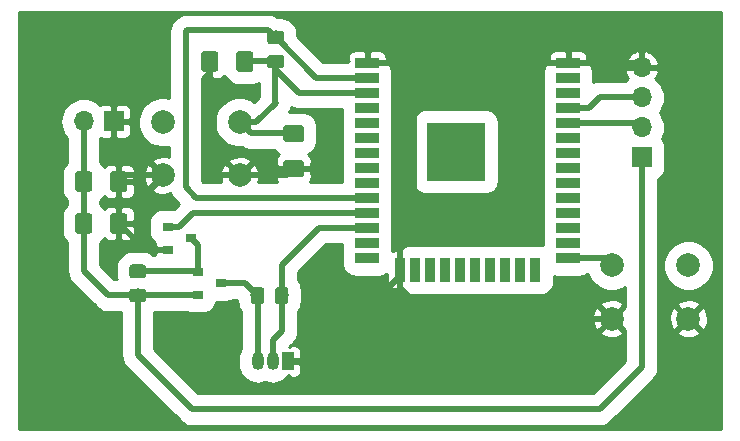
<source format=gbr>
G04 #@! TF.GenerationSoftware,KiCad,Pcbnew,5.1.4-e60b266~84~ubuntu19.04.1*
G04 #@! TF.CreationDate,2019-10-25T19:11:23+03:00*
G04 #@! TF.ProjectId,temp_monitor,74656d70-5f6d-46f6-9e69-746f722e6b69,rev?*
G04 #@! TF.SameCoordinates,Original*
G04 #@! TF.FileFunction,Copper,L1,Top*
G04 #@! TF.FilePolarity,Positive*
%FSLAX46Y46*%
G04 Gerber Fmt 4.6, Leading zero omitted, Abs format (unit mm)*
G04 Created by KiCad (PCBNEW 5.1.4-e60b266~84~ubuntu19.04.1) date 2019-10-25 19:11:23*
%MOMM*%
%LPD*%
G04 APERTURE LIST*
%ADD10R,5.000000X5.000000*%
%ADD11R,2.000000X0.900000*%
%ADD12R,0.900000X2.000000*%
%ADD13C,0.100000*%
%ADD14C,1.425000*%
%ADD15R,1.700000X1.700000*%
%ADD16O,1.700000X1.700000*%
%ADD17R,0.900000X0.800000*%
%ADD18C,1.150000*%
%ADD19C,2.000000*%
%ADD20O,1.050000X1.500000*%
%ADD21R,1.050000X1.500000*%
%ADD22C,0.500000*%
%ADD23C,0.254000*%
G04 APERTURE END LIST*
D10*
X126000000Y-97035000D03*
D11*
X118500000Y-89535000D03*
X118500000Y-90805000D03*
X118500000Y-92075000D03*
X118500000Y-93345000D03*
X118500000Y-94615000D03*
X118500000Y-95885000D03*
X118500000Y-97155000D03*
X118500000Y-98425000D03*
X118500000Y-99695000D03*
X118500000Y-100965000D03*
X118500000Y-102235000D03*
X118500000Y-103505000D03*
X118500000Y-104775000D03*
X118500000Y-106045000D03*
D12*
X121285000Y-107045000D03*
X122555000Y-107045000D03*
X123825000Y-107045000D03*
X125095000Y-107045000D03*
X126365000Y-107045000D03*
X127635000Y-107045000D03*
X128905000Y-107045000D03*
X130175000Y-107045000D03*
X131445000Y-107045000D03*
X132715000Y-107045000D03*
D11*
X135500000Y-106045000D03*
X135500000Y-104775000D03*
X135500000Y-103505000D03*
X135500000Y-102235000D03*
X135500000Y-100965000D03*
X135500000Y-99695000D03*
X135500000Y-98425000D03*
X135500000Y-97155000D03*
X135500000Y-95885000D03*
X135500000Y-94615000D03*
X135500000Y-93345000D03*
X135500000Y-92075000D03*
X135500000Y-90805000D03*
X135500000Y-89535000D03*
D13*
G36*
X112917504Y-94792704D02*
G01*
X112941773Y-94796304D01*
X112965571Y-94802265D01*
X112988671Y-94810530D01*
X113010849Y-94821020D01*
X113031893Y-94833633D01*
X113051598Y-94848247D01*
X113069777Y-94864723D01*
X113086253Y-94882902D01*
X113100867Y-94902607D01*
X113113480Y-94923651D01*
X113123970Y-94945829D01*
X113132235Y-94968929D01*
X113138196Y-94992727D01*
X113141796Y-95016996D01*
X113143000Y-95041500D01*
X113143000Y-95966500D01*
X113141796Y-95991004D01*
X113138196Y-96015273D01*
X113132235Y-96039071D01*
X113123970Y-96062171D01*
X113113480Y-96084349D01*
X113100867Y-96105393D01*
X113086253Y-96125098D01*
X113069777Y-96143277D01*
X113051598Y-96159753D01*
X113031893Y-96174367D01*
X113010849Y-96186980D01*
X112988671Y-96197470D01*
X112965571Y-96205735D01*
X112941773Y-96211696D01*
X112917504Y-96215296D01*
X112893000Y-96216500D01*
X111643000Y-96216500D01*
X111618496Y-96215296D01*
X111594227Y-96211696D01*
X111570429Y-96205735D01*
X111547329Y-96197470D01*
X111525151Y-96186980D01*
X111504107Y-96174367D01*
X111484402Y-96159753D01*
X111466223Y-96143277D01*
X111449747Y-96125098D01*
X111435133Y-96105393D01*
X111422520Y-96084349D01*
X111412030Y-96062171D01*
X111403765Y-96039071D01*
X111397804Y-96015273D01*
X111394204Y-95991004D01*
X111393000Y-95966500D01*
X111393000Y-95041500D01*
X111394204Y-95016996D01*
X111397804Y-94992727D01*
X111403765Y-94968929D01*
X111412030Y-94945829D01*
X111422520Y-94923651D01*
X111435133Y-94902607D01*
X111449747Y-94882902D01*
X111466223Y-94864723D01*
X111484402Y-94848247D01*
X111504107Y-94833633D01*
X111525151Y-94821020D01*
X111547329Y-94810530D01*
X111570429Y-94802265D01*
X111594227Y-94796304D01*
X111618496Y-94792704D01*
X111643000Y-94791500D01*
X112893000Y-94791500D01*
X112917504Y-94792704D01*
X112917504Y-94792704D01*
G37*
D14*
X112268000Y-95504000D03*
D13*
G36*
X112917504Y-97767704D02*
G01*
X112941773Y-97771304D01*
X112965571Y-97777265D01*
X112988671Y-97785530D01*
X113010849Y-97796020D01*
X113031893Y-97808633D01*
X113051598Y-97823247D01*
X113069777Y-97839723D01*
X113086253Y-97857902D01*
X113100867Y-97877607D01*
X113113480Y-97898651D01*
X113123970Y-97920829D01*
X113132235Y-97943929D01*
X113138196Y-97967727D01*
X113141796Y-97991996D01*
X113143000Y-98016500D01*
X113143000Y-98941500D01*
X113141796Y-98966004D01*
X113138196Y-98990273D01*
X113132235Y-99014071D01*
X113123970Y-99037171D01*
X113113480Y-99059349D01*
X113100867Y-99080393D01*
X113086253Y-99100098D01*
X113069777Y-99118277D01*
X113051598Y-99134753D01*
X113031893Y-99149367D01*
X113010849Y-99161980D01*
X112988671Y-99172470D01*
X112965571Y-99180735D01*
X112941773Y-99186696D01*
X112917504Y-99190296D01*
X112893000Y-99191500D01*
X111643000Y-99191500D01*
X111618496Y-99190296D01*
X111594227Y-99186696D01*
X111570429Y-99180735D01*
X111547329Y-99172470D01*
X111525151Y-99161980D01*
X111504107Y-99149367D01*
X111484402Y-99134753D01*
X111466223Y-99118277D01*
X111449747Y-99100098D01*
X111435133Y-99080393D01*
X111422520Y-99059349D01*
X111412030Y-99037171D01*
X111403765Y-99014071D01*
X111397804Y-98990273D01*
X111394204Y-98966004D01*
X111393000Y-98941500D01*
X111393000Y-98016500D01*
X111394204Y-97991996D01*
X111397804Y-97967727D01*
X111403765Y-97943929D01*
X111412030Y-97920829D01*
X111422520Y-97898651D01*
X111435133Y-97877607D01*
X111449747Y-97857902D01*
X111466223Y-97839723D01*
X111484402Y-97823247D01*
X111504107Y-97808633D01*
X111525151Y-97796020D01*
X111547329Y-97785530D01*
X111570429Y-97777265D01*
X111594227Y-97771304D01*
X111618496Y-97767704D01*
X111643000Y-97766500D01*
X112893000Y-97766500D01*
X112917504Y-97767704D01*
X112917504Y-97767704D01*
G37*
D14*
X112268000Y-98479000D03*
D13*
G36*
X97950004Y-98694204D02*
G01*
X97974273Y-98697804D01*
X97998071Y-98703765D01*
X98021171Y-98712030D01*
X98043349Y-98722520D01*
X98064393Y-98735133D01*
X98084098Y-98749747D01*
X98102277Y-98766223D01*
X98118753Y-98784402D01*
X98133367Y-98804107D01*
X98145980Y-98825151D01*
X98156470Y-98847329D01*
X98164735Y-98870429D01*
X98170696Y-98894227D01*
X98174296Y-98918496D01*
X98175500Y-98943000D01*
X98175500Y-100193000D01*
X98174296Y-100217504D01*
X98170696Y-100241773D01*
X98164735Y-100265571D01*
X98156470Y-100288671D01*
X98145980Y-100310849D01*
X98133367Y-100331893D01*
X98118753Y-100351598D01*
X98102277Y-100369777D01*
X98084098Y-100386253D01*
X98064393Y-100400867D01*
X98043349Y-100413480D01*
X98021171Y-100423970D01*
X97998071Y-100432235D01*
X97974273Y-100438196D01*
X97950004Y-100441796D01*
X97925500Y-100443000D01*
X97000500Y-100443000D01*
X96975996Y-100441796D01*
X96951727Y-100438196D01*
X96927929Y-100432235D01*
X96904829Y-100423970D01*
X96882651Y-100413480D01*
X96861607Y-100400867D01*
X96841902Y-100386253D01*
X96823723Y-100369777D01*
X96807247Y-100351598D01*
X96792633Y-100331893D01*
X96780020Y-100310849D01*
X96769530Y-100288671D01*
X96761265Y-100265571D01*
X96755304Y-100241773D01*
X96751704Y-100217504D01*
X96750500Y-100193000D01*
X96750500Y-98943000D01*
X96751704Y-98918496D01*
X96755304Y-98894227D01*
X96761265Y-98870429D01*
X96769530Y-98847329D01*
X96780020Y-98825151D01*
X96792633Y-98804107D01*
X96807247Y-98784402D01*
X96823723Y-98766223D01*
X96841902Y-98749747D01*
X96861607Y-98735133D01*
X96882651Y-98722520D01*
X96904829Y-98712030D01*
X96927929Y-98703765D01*
X96951727Y-98697804D01*
X96975996Y-98694204D01*
X97000500Y-98693000D01*
X97925500Y-98693000D01*
X97950004Y-98694204D01*
X97950004Y-98694204D01*
G37*
D14*
X97463000Y-99568000D03*
D13*
G36*
X94975004Y-98694204D02*
G01*
X94999273Y-98697804D01*
X95023071Y-98703765D01*
X95046171Y-98712030D01*
X95068349Y-98722520D01*
X95089393Y-98735133D01*
X95109098Y-98749747D01*
X95127277Y-98766223D01*
X95143753Y-98784402D01*
X95158367Y-98804107D01*
X95170980Y-98825151D01*
X95181470Y-98847329D01*
X95189735Y-98870429D01*
X95195696Y-98894227D01*
X95199296Y-98918496D01*
X95200500Y-98943000D01*
X95200500Y-100193000D01*
X95199296Y-100217504D01*
X95195696Y-100241773D01*
X95189735Y-100265571D01*
X95181470Y-100288671D01*
X95170980Y-100310849D01*
X95158367Y-100331893D01*
X95143753Y-100351598D01*
X95127277Y-100369777D01*
X95109098Y-100386253D01*
X95089393Y-100400867D01*
X95068349Y-100413480D01*
X95046171Y-100423970D01*
X95023071Y-100432235D01*
X94999273Y-100438196D01*
X94975004Y-100441796D01*
X94950500Y-100443000D01*
X94025500Y-100443000D01*
X94000996Y-100441796D01*
X93976727Y-100438196D01*
X93952929Y-100432235D01*
X93929829Y-100423970D01*
X93907651Y-100413480D01*
X93886607Y-100400867D01*
X93866902Y-100386253D01*
X93848723Y-100369777D01*
X93832247Y-100351598D01*
X93817633Y-100331893D01*
X93805020Y-100310849D01*
X93794530Y-100288671D01*
X93786265Y-100265571D01*
X93780304Y-100241773D01*
X93776704Y-100217504D01*
X93775500Y-100193000D01*
X93775500Y-98943000D01*
X93776704Y-98918496D01*
X93780304Y-98894227D01*
X93786265Y-98870429D01*
X93794530Y-98847329D01*
X93805020Y-98825151D01*
X93817633Y-98804107D01*
X93832247Y-98784402D01*
X93848723Y-98766223D01*
X93866902Y-98749747D01*
X93886607Y-98735133D01*
X93907651Y-98722520D01*
X93929829Y-98712030D01*
X93952929Y-98703765D01*
X93976727Y-98697804D01*
X94000996Y-98694204D01*
X94025500Y-98693000D01*
X94950500Y-98693000D01*
X94975004Y-98694204D01*
X94975004Y-98694204D01*
G37*
D14*
X94488000Y-99568000D03*
D13*
G36*
X94975004Y-102250204D02*
G01*
X94999273Y-102253804D01*
X95023071Y-102259765D01*
X95046171Y-102268030D01*
X95068349Y-102278520D01*
X95089393Y-102291133D01*
X95109098Y-102305747D01*
X95127277Y-102322223D01*
X95143753Y-102340402D01*
X95158367Y-102360107D01*
X95170980Y-102381151D01*
X95181470Y-102403329D01*
X95189735Y-102426429D01*
X95195696Y-102450227D01*
X95199296Y-102474496D01*
X95200500Y-102499000D01*
X95200500Y-103749000D01*
X95199296Y-103773504D01*
X95195696Y-103797773D01*
X95189735Y-103821571D01*
X95181470Y-103844671D01*
X95170980Y-103866849D01*
X95158367Y-103887893D01*
X95143753Y-103907598D01*
X95127277Y-103925777D01*
X95109098Y-103942253D01*
X95089393Y-103956867D01*
X95068349Y-103969480D01*
X95046171Y-103979970D01*
X95023071Y-103988235D01*
X94999273Y-103994196D01*
X94975004Y-103997796D01*
X94950500Y-103999000D01*
X94025500Y-103999000D01*
X94000996Y-103997796D01*
X93976727Y-103994196D01*
X93952929Y-103988235D01*
X93929829Y-103979970D01*
X93907651Y-103969480D01*
X93886607Y-103956867D01*
X93866902Y-103942253D01*
X93848723Y-103925777D01*
X93832247Y-103907598D01*
X93817633Y-103887893D01*
X93805020Y-103866849D01*
X93794530Y-103844671D01*
X93786265Y-103821571D01*
X93780304Y-103797773D01*
X93776704Y-103773504D01*
X93775500Y-103749000D01*
X93775500Y-102499000D01*
X93776704Y-102474496D01*
X93780304Y-102450227D01*
X93786265Y-102426429D01*
X93794530Y-102403329D01*
X93805020Y-102381151D01*
X93817633Y-102360107D01*
X93832247Y-102340402D01*
X93848723Y-102322223D01*
X93866902Y-102305747D01*
X93886607Y-102291133D01*
X93907651Y-102278520D01*
X93929829Y-102268030D01*
X93952929Y-102259765D01*
X93976727Y-102253804D01*
X94000996Y-102250204D01*
X94025500Y-102249000D01*
X94950500Y-102249000D01*
X94975004Y-102250204D01*
X94975004Y-102250204D01*
G37*
D14*
X94488000Y-103124000D03*
D13*
G36*
X97950004Y-102250204D02*
G01*
X97974273Y-102253804D01*
X97998071Y-102259765D01*
X98021171Y-102268030D01*
X98043349Y-102278520D01*
X98064393Y-102291133D01*
X98084098Y-102305747D01*
X98102277Y-102322223D01*
X98118753Y-102340402D01*
X98133367Y-102360107D01*
X98145980Y-102381151D01*
X98156470Y-102403329D01*
X98164735Y-102426429D01*
X98170696Y-102450227D01*
X98174296Y-102474496D01*
X98175500Y-102499000D01*
X98175500Y-103749000D01*
X98174296Y-103773504D01*
X98170696Y-103797773D01*
X98164735Y-103821571D01*
X98156470Y-103844671D01*
X98145980Y-103866849D01*
X98133367Y-103887893D01*
X98118753Y-103907598D01*
X98102277Y-103925777D01*
X98084098Y-103942253D01*
X98064393Y-103956867D01*
X98043349Y-103969480D01*
X98021171Y-103979970D01*
X97998071Y-103988235D01*
X97974273Y-103994196D01*
X97950004Y-103997796D01*
X97925500Y-103999000D01*
X97000500Y-103999000D01*
X96975996Y-103997796D01*
X96951727Y-103994196D01*
X96927929Y-103988235D01*
X96904829Y-103979970D01*
X96882651Y-103969480D01*
X96861607Y-103956867D01*
X96841902Y-103942253D01*
X96823723Y-103925777D01*
X96807247Y-103907598D01*
X96792633Y-103887893D01*
X96780020Y-103866849D01*
X96769530Y-103844671D01*
X96761265Y-103821571D01*
X96755304Y-103797773D01*
X96751704Y-103773504D01*
X96750500Y-103749000D01*
X96750500Y-102499000D01*
X96751704Y-102474496D01*
X96755304Y-102450227D01*
X96761265Y-102426429D01*
X96769530Y-102403329D01*
X96780020Y-102381151D01*
X96792633Y-102360107D01*
X96807247Y-102340402D01*
X96823723Y-102322223D01*
X96841902Y-102305747D01*
X96861607Y-102291133D01*
X96882651Y-102278520D01*
X96904829Y-102268030D01*
X96927929Y-102259765D01*
X96951727Y-102253804D01*
X96975996Y-102250204D01*
X97000500Y-102249000D01*
X97925500Y-102249000D01*
X97950004Y-102250204D01*
X97950004Y-102250204D01*
G37*
D14*
X97463000Y-103124000D03*
D13*
G36*
X105643004Y-88534204D02*
G01*
X105667273Y-88537804D01*
X105691071Y-88543765D01*
X105714171Y-88552030D01*
X105736349Y-88562520D01*
X105757393Y-88575133D01*
X105777098Y-88589747D01*
X105795277Y-88606223D01*
X105811753Y-88624402D01*
X105826367Y-88644107D01*
X105838980Y-88665151D01*
X105849470Y-88687329D01*
X105857735Y-88710429D01*
X105863696Y-88734227D01*
X105867296Y-88758496D01*
X105868500Y-88783000D01*
X105868500Y-90033000D01*
X105867296Y-90057504D01*
X105863696Y-90081773D01*
X105857735Y-90105571D01*
X105849470Y-90128671D01*
X105838980Y-90150849D01*
X105826367Y-90171893D01*
X105811753Y-90191598D01*
X105795277Y-90209777D01*
X105777098Y-90226253D01*
X105757393Y-90240867D01*
X105736349Y-90253480D01*
X105714171Y-90263970D01*
X105691071Y-90272235D01*
X105667273Y-90278196D01*
X105643004Y-90281796D01*
X105618500Y-90283000D01*
X104693500Y-90283000D01*
X104668996Y-90281796D01*
X104644727Y-90278196D01*
X104620929Y-90272235D01*
X104597829Y-90263970D01*
X104575651Y-90253480D01*
X104554607Y-90240867D01*
X104534902Y-90226253D01*
X104516723Y-90209777D01*
X104500247Y-90191598D01*
X104485633Y-90171893D01*
X104473020Y-90150849D01*
X104462530Y-90128671D01*
X104454265Y-90105571D01*
X104448304Y-90081773D01*
X104444704Y-90057504D01*
X104443500Y-90033000D01*
X104443500Y-88783000D01*
X104444704Y-88758496D01*
X104448304Y-88734227D01*
X104454265Y-88710429D01*
X104462530Y-88687329D01*
X104473020Y-88665151D01*
X104485633Y-88644107D01*
X104500247Y-88624402D01*
X104516723Y-88606223D01*
X104534902Y-88589747D01*
X104554607Y-88575133D01*
X104575651Y-88562520D01*
X104597829Y-88552030D01*
X104620929Y-88543765D01*
X104644727Y-88537804D01*
X104668996Y-88534204D01*
X104693500Y-88533000D01*
X105618500Y-88533000D01*
X105643004Y-88534204D01*
X105643004Y-88534204D01*
G37*
D14*
X105156000Y-89408000D03*
D13*
G36*
X108618004Y-88534204D02*
G01*
X108642273Y-88537804D01*
X108666071Y-88543765D01*
X108689171Y-88552030D01*
X108711349Y-88562520D01*
X108732393Y-88575133D01*
X108752098Y-88589747D01*
X108770277Y-88606223D01*
X108786753Y-88624402D01*
X108801367Y-88644107D01*
X108813980Y-88665151D01*
X108824470Y-88687329D01*
X108832735Y-88710429D01*
X108838696Y-88734227D01*
X108842296Y-88758496D01*
X108843500Y-88783000D01*
X108843500Y-90033000D01*
X108842296Y-90057504D01*
X108838696Y-90081773D01*
X108832735Y-90105571D01*
X108824470Y-90128671D01*
X108813980Y-90150849D01*
X108801367Y-90171893D01*
X108786753Y-90191598D01*
X108770277Y-90209777D01*
X108752098Y-90226253D01*
X108732393Y-90240867D01*
X108711349Y-90253480D01*
X108689171Y-90263970D01*
X108666071Y-90272235D01*
X108642273Y-90278196D01*
X108618004Y-90281796D01*
X108593500Y-90283000D01*
X107668500Y-90283000D01*
X107643996Y-90281796D01*
X107619727Y-90278196D01*
X107595929Y-90272235D01*
X107572829Y-90263970D01*
X107550651Y-90253480D01*
X107529607Y-90240867D01*
X107509902Y-90226253D01*
X107491723Y-90209777D01*
X107475247Y-90191598D01*
X107460633Y-90171893D01*
X107448020Y-90150849D01*
X107437530Y-90128671D01*
X107429265Y-90105571D01*
X107423304Y-90081773D01*
X107419704Y-90057504D01*
X107418500Y-90033000D01*
X107418500Y-88783000D01*
X107419704Y-88758496D01*
X107423304Y-88734227D01*
X107429265Y-88710429D01*
X107437530Y-88687329D01*
X107448020Y-88665151D01*
X107460633Y-88644107D01*
X107475247Y-88624402D01*
X107491723Y-88606223D01*
X107509902Y-88589747D01*
X107529607Y-88575133D01*
X107550651Y-88562520D01*
X107572829Y-88552030D01*
X107595929Y-88543765D01*
X107619727Y-88537804D01*
X107643996Y-88534204D01*
X107668500Y-88533000D01*
X108593500Y-88533000D01*
X108618004Y-88534204D01*
X108618004Y-88534204D01*
G37*
D14*
X108131000Y-89408000D03*
D15*
X141732000Y-97536000D03*
D16*
X141732000Y-94996000D03*
X141732000Y-92456000D03*
X141732000Y-89916000D03*
D17*
X104156000Y-107254000D03*
X104156000Y-109154000D03*
X106156000Y-108204000D03*
X103616000Y-104394000D03*
X101616000Y-105344000D03*
X101616000Y-103444000D03*
D13*
G36*
X99534505Y-106596204D02*
G01*
X99558773Y-106599804D01*
X99582572Y-106605765D01*
X99605671Y-106614030D01*
X99627850Y-106624520D01*
X99648893Y-106637132D01*
X99668599Y-106651747D01*
X99686777Y-106668223D01*
X99703253Y-106686401D01*
X99717868Y-106706107D01*
X99730480Y-106727150D01*
X99740970Y-106749329D01*
X99749235Y-106772428D01*
X99755196Y-106796227D01*
X99758796Y-106820495D01*
X99760000Y-106844999D01*
X99760000Y-107495001D01*
X99758796Y-107519505D01*
X99755196Y-107543773D01*
X99749235Y-107567572D01*
X99740970Y-107590671D01*
X99730480Y-107612850D01*
X99717868Y-107633893D01*
X99703253Y-107653599D01*
X99686777Y-107671777D01*
X99668599Y-107688253D01*
X99648893Y-107702868D01*
X99627850Y-107715480D01*
X99605671Y-107725970D01*
X99582572Y-107734235D01*
X99558773Y-107740196D01*
X99534505Y-107743796D01*
X99510001Y-107745000D01*
X98609999Y-107745000D01*
X98585495Y-107743796D01*
X98561227Y-107740196D01*
X98537428Y-107734235D01*
X98514329Y-107725970D01*
X98492150Y-107715480D01*
X98471107Y-107702868D01*
X98451401Y-107688253D01*
X98433223Y-107671777D01*
X98416747Y-107653599D01*
X98402132Y-107633893D01*
X98389520Y-107612850D01*
X98379030Y-107590671D01*
X98370765Y-107567572D01*
X98364804Y-107543773D01*
X98361204Y-107519505D01*
X98360000Y-107495001D01*
X98360000Y-106844999D01*
X98361204Y-106820495D01*
X98364804Y-106796227D01*
X98370765Y-106772428D01*
X98379030Y-106749329D01*
X98389520Y-106727150D01*
X98402132Y-106706107D01*
X98416747Y-106686401D01*
X98433223Y-106668223D01*
X98451401Y-106651747D01*
X98471107Y-106637132D01*
X98492150Y-106624520D01*
X98514329Y-106614030D01*
X98537428Y-106605765D01*
X98561227Y-106599804D01*
X98585495Y-106596204D01*
X98609999Y-106595000D01*
X99510001Y-106595000D01*
X99534505Y-106596204D01*
X99534505Y-106596204D01*
G37*
D18*
X99060000Y-107170000D03*
D13*
G36*
X99534505Y-108646204D02*
G01*
X99558773Y-108649804D01*
X99582572Y-108655765D01*
X99605671Y-108664030D01*
X99627850Y-108674520D01*
X99648893Y-108687132D01*
X99668599Y-108701747D01*
X99686777Y-108718223D01*
X99703253Y-108736401D01*
X99717868Y-108756107D01*
X99730480Y-108777150D01*
X99740970Y-108799329D01*
X99749235Y-108822428D01*
X99755196Y-108846227D01*
X99758796Y-108870495D01*
X99760000Y-108894999D01*
X99760000Y-109545001D01*
X99758796Y-109569505D01*
X99755196Y-109593773D01*
X99749235Y-109617572D01*
X99740970Y-109640671D01*
X99730480Y-109662850D01*
X99717868Y-109683893D01*
X99703253Y-109703599D01*
X99686777Y-109721777D01*
X99668599Y-109738253D01*
X99648893Y-109752868D01*
X99627850Y-109765480D01*
X99605671Y-109775970D01*
X99582572Y-109784235D01*
X99558773Y-109790196D01*
X99534505Y-109793796D01*
X99510001Y-109795000D01*
X98609999Y-109795000D01*
X98585495Y-109793796D01*
X98561227Y-109790196D01*
X98537428Y-109784235D01*
X98514329Y-109775970D01*
X98492150Y-109765480D01*
X98471107Y-109752868D01*
X98451401Y-109738253D01*
X98433223Y-109721777D01*
X98416747Y-109703599D01*
X98402132Y-109683893D01*
X98389520Y-109662850D01*
X98379030Y-109640671D01*
X98370765Y-109617572D01*
X98364804Y-109593773D01*
X98361204Y-109569505D01*
X98360000Y-109545001D01*
X98360000Y-108894999D01*
X98361204Y-108870495D01*
X98364804Y-108846227D01*
X98370765Y-108822428D01*
X98379030Y-108799329D01*
X98389520Y-108777150D01*
X98402132Y-108756107D01*
X98416747Y-108736401D01*
X98433223Y-108718223D01*
X98451401Y-108701747D01*
X98471107Y-108687132D01*
X98492150Y-108674520D01*
X98514329Y-108664030D01*
X98537428Y-108655765D01*
X98561227Y-108649804D01*
X98585495Y-108646204D01*
X98609999Y-108645000D01*
X99510001Y-108645000D01*
X99534505Y-108646204D01*
X99534505Y-108646204D01*
G37*
D18*
X99060000Y-109220000D03*
D13*
G36*
X111218505Y-86802204D02*
G01*
X111242773Y-86805804D01*
X111266572Y-86811765D01*
X111289671Y-86820030D01*
X111311850Y-86830520D01*
X111332893Y-86843132D01*
X111352599Y-86857747D01*
X111370777Y-86874223D01*
X111387253Y-86892401D01*
X111401868Y-86912107D01*
X111414480Y-86933150D01*
X111424970Y-86955329D01*
X111433235Y-86978428D01*
X111439196Y-87002227D01*
X111442796Y-87026495D01*
X111444000Y-87050999D01*
X111444000Y-87701001D01*
X111442796Y-87725505D01*
X111439196Y-87749773D01*
X111433235Y-87773572D01*
X111424970Y-87796671D01*
X111414480Y-87818850D01*
X111401868Y-87839893D01*
X111387253Y-87859599D01*
X111370777Y-87877777D01*
X111352599Y-87894253D01*
X111332893Y-87908868D01*
X111311850Y-87921480D01*
X111289671Y-87931970D01*
X111266572Y-87940235D01*
X111242773Y-87946196D01*
X111218505Y-87949796D01*
X111194001Y-87951000D01*
X110293999Y-87951000D01*
X110269495Y-87949796D01*
X110245227Y-87946196D01*
X110221428Y-87940235D01*
X110198329Y-87931970D01*
X110176150Y-87921480D01*
X110155107Y-87908868D01*
X110135401Y-87894253D01*
X110117223Y-87877777D01*
X110100747Y-87859599D01*
X110086132Y-87839893D01*
X110073520Y-87818850D01*
X110063030Y-87796671D01*
X110054765Y-87773572D01*
X110048804Y-87749773D01*
X110045204Y-87725505D01*
X110044000Y-87701001D01*
X110044000Y-87050999D01*
X110045204Y-87026495D01*
X110048804Y-87002227D01*
X110054765Y-86978428D01*
X110063030Y-86955329D01*
X110073520Y-86933150D01*
X110086132Y-86912107D01*
X110100747Y-86892401D01*
X110117223Y-86874223D01*
X110135401Y-86857747D01*
X110155107Y-86843132D01*
X110176150Y-86830520D01*
X110198329Y-86820030D01*
X110221428Y-86811765D01*
X110245227Y-86805804D01*
X110269495Y-86802204D01*
X110293999Y-86801000D01*
X111194001Y-86801000D01*
X111218505Y-86802204D01*
X111218505Y-86802204D01*
G37*
D18*
X110744000Y-87376000D03*
D13*
G36*
X111218505Y-88852204D02*
G01*
X111242773Y-88855804D01*
X111266572Y-88861765D01*
X111289671Y-88870030D01*
X111311850Y-88880520D01*
X111332893Y-88893132D01*
X111352599Y-88907747D01*
X111370777Y-88924223D01*
X111387253Y-88942401D01*
X111401868Y-88962107D01*
X111414480Y-88983150D01*
X111424970Y-89005329D01*
X111433235Y-89028428D01*
X111439196Y-89052227D01*
X111442796Y-89076495D01*
X111444000Y-89100999D01*
X111444000Y-89751001D01*
X111442796Y-89775505D01*
X111439196Y-89799773D01*
X111433235Y-89823572D01*
X111424970Y-89846671D01*
X111414480Y-89868850D01*
X111401868Y-89889893D01*
X111387253Y-89909599D01*
X111370777Y-89927777D01*
X111352599Y-89944253D01*
X111332893Y-89958868D01*
X111311850Y-89971480D01*
X111289671Y-89981970D01*
X111266572Y-89990235D01*
X111242773Y-89996196D01*
X111218505Y-89999796D01*
X111194001Y-90001000D01*
X110293999Y-90001000D01*
X110269495Y-89999796D01*
X110245227Y-89996196D01*
X110221428Y-89990235D01*
X110198329Y-89981970D01*
X110176150Y-89971480D01*
X110155107Y-89958868D01*
X110135401Y-89944253D01*
X110117223Y-89927777D01*
X110100747Y-89909599D01*
X110086132Y-89889893D01*
X110073520Y-89868850D01*
X110063030Y-89846671D01*
X110054765Y-89823572D01*
X110048804Y-89799773D01*
X110045204Y-89775505D01*
X110044000Y-89751001D01*
X110044000Y-89100999D01*
X110045204Y-89076495D01*
X110048804Y-89052227D01*
X110054765Y-89028428D01*
X110063030Y-89005329D01*
X110073520Y-88983150D01*
X110086132Y-88962107D01*
X110100747Y-88942401D01*
X110117223Y-88924223D01*
X110135401Y-88907747D01*
X110155107Y-88893132D01*
X110176150Y-88880520D01*
X110198329Y-88870030D01*
X110221428Y-88861765D01*
X110245227Y-88855804D01*
X110269495Y-88852204D01*
X110293999Y-88851000D01*
X111194001Y-88851000D01*
X111218505Y-88852204D01*
X111218505Y-88852204D01*
G37*
D18*
X110744000Y-89426000D03*
D19*
X107696000Y-94560000D03*
X107696000Y-99060000D03*
X101196000Y-94560000D03*
X101196000Y-99060000D03*
X145692000Y-106680000D03*
X145692000Y-111180000D03*
X139192000Y-106680000D03*
X139192000Y-111180000D03*
D20*
X110490000Y-114808000D03*
X109220000Y-114808000D03*
D21*
X111760000Y-114808000D03*
D13*
G36*
X109551505Y-108521204D02*
G01*
X109575773Y-108524804D01*
X109599572Y-108530765D01*
X109622671Y-108539030D01*
X109644850Y-108549520D01*
X109665893Y-108562132D01*
X109685599Y-108576747D01*
X109703777Y-108593223D01*
X109720253Y-108611401D01*
X109734868Y-108631107D01*
X109747480Y-108652150D01*
X109757970Y-108674329D01*
X109766235Y-108697428D01*
X109772196Y-108721227D01*
X109775796Y-108745495D01*
X109777000Y-108769999D01*
X109777000Y-109670001D01*
X109775796Y-109694505D01*
X109772196Y-109718773D01*
X109766235Y-109742572D01*
X109757970Y-109765671D01*
X109747480Y-109787850D01*
X109734868Y-109808893D01*
X109720253Y-109828599D01*
X109703777Y-109846777D01*
X109685599Y-109863253D01*
X109665893Y-109877868D01*
X109644850Y-109890480D01*
X109622671Y-109900970D01*
X109599572Y-109909235D01*
X109575773Y-109915196D01*
X109551505Y-109918796D01*
X109527001Y-109920000D01*
X108876999Y-109920000D01*
X108852495Y-109918796D01*
X108828227Y-109915196D01*
X108804428Y-109909235D01*
X108781329Y-109900970D01*
X108759150Y-109890480D01*
X108738107Y-109877868D01*
X108718401Y-109863253D01*
X108700223Y-109846777D01*
X108683747Y-109828599D01*
X108669132Y-109808893D01*
X108656520Y-109787850D01*
X108646030Y-109765671D01*
X108637765Y-109742572D01*
X108631804Y-109718773D01*
X108628204Y-109694505D01*
X108627000Y-109670001D01*
X108627000Y-108769999D01*
X108628204Y-108745495D01*
X108631804Y-108721227D01*
X108637765Y-108697428D01*
X108646030Y-108674329D01*
X108656520Y-108652150D01*
X108669132Y-108631107D01*
X108683747Y-108611401D01*
X108700223Y-108593223D01*
X108718401Y-108576747D01*
X108738107Y-108562132D01*
X108759150Y-108549520D01*
X108781329Y-108539030D01*
X108804428Y-108530765D01*
X108828227Y-108524804D01*
X108852495Y-108521204D01*
X108876999Y-108520000D01*
X109527001Y-108520000D01*
X109551505Y-108521204D01*
X109551505Y-108521204D01*
G37*
D18*
X109202000Y-109220000D03*
D13*
G36*
X111601505Y-108521204D02*
G01*
X111625773Y-108524804D01*
X111649572Y-108530765D01*
X111672671Y-108539030D01*
X111694850Y-108549520D01*
X111715893Y-108562132D01*
X111735599Y-108576747D01*
X111753777Y-108593223D01*
X111770253Y-108611401D01*
X111784868Y-108631107D01*
X111797480Y-108652150D01*
X111807970Y-108674329D01*
X111816235Y-108697428D01*
X111822196Y-108721227D01*
X111825796Y-108745495D01*
X111827000Y-108769999D01*
X111827000Y-109670001D01*
X111825796Y-109694505D01*
X111822196Y-109718773D01*
X111816235Y-109742572D01*
X111807970Y-109765671D01*
X111797480Y-109787850D01*
X111784868Y-109808893D01*
X111770253Y-109828599D01*
X111753777Y-109846777D01*
X111735599Y-109863253D01*
X111715893Y-109877868D01*
X111694850Y-109890480D01*
X111672671Y-109900970D01*
X111649572Y-109909235D01*
X111625773Y-109915196D01*
X111601505Y-109918796D01*
X111577001Y-109920000D01*
X110926999Y-109920000D01*
X110902495Y-109918796D01*
X110878227Y-109915196D01*
X110854428Y-109909235D01*
X110831329Y-109900970D01*
X110809150Y-109890480D01*
X110788107Y-109877868D01*
X110768401Y-109863253D01*
X110750223Y-109846777D01*
X110733747Y-109828599D01*
X110719132Y-109808893D01*
X110706520Y-109787850D01*
X110696030Y-109765671D01*
X110687765Y-109742572D01*
X110681804Y-109718773D01*
X110678204Y-109694505D01*
X110677000Y-109670001D01*
X110677000Y-108769999D01*
X110678204Y-108745495D01*
X110681804Y-108721227D01*
X110687765Y-108697428D01*
X110696030Y-108674329D01*
X110706520Y-108652150D01*
X110719132Y-108631107D01*
X110733747Y-108611401D01*
X110750223Y-108593223D01*
X110768401Y-108576747D01*
X110788107Y-108562132D01*
X110809150Y-108549520D01*
X110831329Y-108539030D01*
X110854428Y-108530765D01*
X110878227Y-108524804D01*
X110902495Y-108521204D01*
X110926999Y-108520000D01*
X111577001Y-108520000D01*
X111601505Y-108521204D01*
X111601505Y-108521204D01*
G37*
D18*
X111252000Y-109220000D03*
D15*
X97028000Y-94488000D03*
D16*
X94488000Y-94488000D03*
D22*
X108640000Y-95504000D02*
X107696000Y-94560000D01*
X112268000Y-95504000D02*
X108640000Y-95504000D01*
X107696000Y-94560000D02*
X109110213Y-94560000D01*
X109110213Y-94560000D02*
X110744000Y-92926213D01*
X110726000Y-89408000D02*
X109728000Y-89408000D01*
X109728000Y-89408000D02*
X108131000Y-89408000D01*
X110726000Y-92908213D02*
X110744000Y-92926213D01*
X110726000Y-89408000D02*
X110726000Y-92908213D01*
X112718000Y-92075000D02*
X117000000Y-92075000D01*
X117000000Y-92075000D02*
X118500000Y-92075000D01*
X110744000Y-90101000D02*
X112718000Y-92075000D01*
X110744000Y-89426000D02*
X110744000Y-90101000D01*
X111687000Y-99060000D02*
X112268000Y-98479000D01*
X107696000Y-99060000D02*
X111687000Y-99060000D01*
X141351000Y-89535000D02*
X141732000Y-89916000D01*
X135500000Y-89535000D02*
X141351000Y-89535000D01*
X123920000Y-111180000D02*
X137777787Y-111180000D01*
X121285000Y-108545000D02*
X123920000Y-111180000D01*
X137777787Y-111180000D02*
X139192000Y-111180000D01*
X121285000Y-107045000D02*
X121285000Y-108545000D01*
X97463000Y-99568000D02*
X97463000Y-103124000D01*
X121285000Y-107595000D02*
X121285000Y-107045000D01*
X114072000Y-114808000D02*
X121285000Y-107595000D01*
X111760000Y-114808000D02*
X114072000Y-114808000D01*
X99683000Y-105344000D02*
X97463000Y-103124000D01*
X101616000Y-105344000D02*
X99683000Y-105344000D01*
X105156000Y-89408000D02*
X105156000Y-90383000D01*
X104648000Y-90891000D02*
X104648000Y-99060000D01*
X105156000Y-90383000D02*
X104648000Y-90891000D01*
X97971000Y-99060000D02*
X97463000Y-99568000D01*
X101196000Y-99060000D02*
X97971000Y-99060000D01*
X104648000Y-99060000D02*
X107696000Y-99060000D01*
X126873000Y-89535000D02*
X122428000Y-93980000D01*
X126873000Y-89535000D02*
X135500000Y-89535000D01*
X118500000Y-89535000D02*
X126873000Y-89535000D01*
X122428000Y-93980000D02*
X122428000Y-104140000D01*
X122428000Y-104140000D02*
X121285000Y-105283000D01*
X121285000Y-105283000D02*
X121285000Y-107045000D01*
X97028000Y-94488000D02*
X97028000Y-96012000D01*
X97463000Y-96447000D02*
X97463000Y-99568000D01*
X97028000Y-96012000D02*
X97463000Y-96447000D01*
X104090000Y-109220000D02*
X104156000Y-109154000D01*
X99060000Y-109220000D02*
X104090000Y-109220000D01*
X96520000Y-109220000D02*
X99060000Y-109220000D01*
X94488000Y-103124000D02*
X94488000Y-107188000D01*
X94488000Y-107188000D02*
X96520000Y-109220000D01*
X94488000Y-103124000D02*
X94488000Y-99568000D01*
X114173000Y-90805000D02*
X118500000Y-90805000D01*
X110744000Y-87376000D02*
X114173000Y-90805000D01*
X110120628Y-86752628D02*
X103239372Y-86752628D01*
X110744000Y-87376000D02*
X110120628Y-86752628D01*
X103239372Y-86752628D02*
X103124000Y-86868000D01*
X103124000Y-86868000D02*
X103124000Y-100076000D01*
X104013000Y-100965000D02*
X118500000Y-100965000D01*
X103124000Y-100076000D02*
X104013000Y-100965000D01*
X99060000Y-109220000D02*
X99060000Y-114300000D01*
X99060000Y-114300000D02*
X103632000Y-118872000D01*
X103632000Y-118872000D02*
X138176000Y-118872000D01*
X141732000Y-115316000D02*
X141732000Y-97536000D01*
X138176000Y-118872000D02*
X141732000Y-115316000D01*
X94488000Y-94488000D02*
X94488000Y-99568000D01*
X135500000Y-93345000D02*
X137287000Y-93345000D01*
X138176000Y-92456000D02*
X141732000Y-92456000D01*
X137287000Y-93345000D02*
X138176000Y-92456000D01*
X141351000Y-94615000D02*
X141732000Y-94996000D01*
X135500000Y-94615000D02*
X141351000Y-94615000D01*
X104156000Y-104934000D02*
X103616000Y-104394000D01*
X104156000Y-107254000D02*
X104156000Y-104934000D01*
X104072000Y-107170000D02*
X104156000Y-107254000D01*
X99060000Y-107170000D02*
X104072000Y-107170000D01*
X109220000Y-109238000D02*
X109202000Y-109220000D01*
X109220000Y-114808000D02*
X109220000Y-109238000D01*
X108186000Y-108204000D02*
X109202000Y-109220000D01*
X106156000Y-108204000D02*
X108186000Y-108204000D01*
X101616000Y-103444000D02*
X102566000Y-103444000D01*
X103775000Y-102235000D02*
X118500000Y-102235000D01*
X102566000Y-103444000D02*
X103775000Y-102235000D01*
X138557000Y-106045000D02*
X139192000Y-106680000D01*
X135500000Y-106045000D02*
X138557000Y-106045000D01*
X110490000Y-114808000D02*
X110490000Y-113030000D01*
X111252000Y-112268000D02*
X111252000Y-109220000D01*
X110490000Y-113030000D02*
X111252000Y-112268000D01*
X111252000Y-109220000D02*
X111252000Y-106680000D01*
X114427000Y-103505000D02*
X118500000Y-103505000D01*
X111252000Y-106680000D02*
X114427000Y-103505000D01*
D23*
G36*
X148463000Y-120523000D02*
G01*
X89027000Y-120523000D01*
X89027000Y-94488000D01*
X92501435Y-94488000D01*
X92539606Y-94875560D01*
X92652653Y-95248226D01*
X92836232Y-95591676D01*
X93083286Y-95892714D01*
X93111000Y-95915458D01*
X93111001Y-97913720D01*
X93047958Y-97965458D01*
X92876032Y-98174950D01*
X92748280Y-98413958D01*
X92669610Y-98673297D01*
X92643047Y-98943000D01*
X92643047Y-100193000D01*
X92669610Y-100462703D01*
X92748280Y-100722042D01*
X92876032Y-100961050D01*
X93047958Y-101170542D01*
X93111001Y-101222280D01*
X93111000Y-101469720D01*
X93047958Y-101521458D01*
X92876032Y-101730950D01*
X92748280Y-101969958D01*
X92669610Y-102229297D01*
X92643047Y-102499000D01*
X92643047Y-103749000D01*
X92669610Y-104018703D01*
X92748280Y-104278042D01*
X92876032Y-104517050D01*
X93047958Y-104726542D01*
X93111000Y-104778280D01*
X93111001Y-107120351D01*
X93104338Y-107188000D01*
X93130925Y-107457939D01*
X93209663Y-107717504D01*
X93282803Y-107854338D01*
X93337528Y-107956721D01*
X93509604Y-108166397D01*
X93562145Y-108209516D01*
X95498483Y-110145855D01*
X95541603Y-110198397D01*
X95751279Y-110370473D01*
X95982216Y-110493912D01*
X95990495Y-110498337D01*
X96250060Y-110577075D01*
X96520000Y-110603662D01*
X96587640Y-110597000D01*
X97683000Y-110597000D01*
X97683001Y-114232351D01*
X97676338Y-114300000D01*
X97702925Y-114569939D01*
X97781663Y-114829504D01*
X97838052Y-114935000D01*
X97909528Y-115068721D01*
X98081604Y-115278397D01*
X98134146Y-115321517D01*
X102610483Y-119797855D01*
X102653603Y-119850397D01*
X102863279Y-120022473D01*
X103102495Y-120150337D01*
X103362061Y-120229075D01*
X103564360Y-120249000D01*
X103564362Y-120249000D01*
X103631999Y-120255662D01*
X103699636Y-120249000D01*
X138108360Y-120249000D01*
X138176000Y-120255662D01*
X138445939Y-120229075D01*
X138445942Y-120229074D01*
X138705505Y-120150337D01*
X138944721Y-120022473D01*
X139154397Y-119850397D01*
X139197521Y-119797850D01*
X142657860Y-116337512D01*
X142710396Y-116294397D01*
X142791090Y-116196072D01*
X142882472Y-116084722D01*
X142882474Y-116084720D01*
X143010337Y-115845505D01*
X143089075Y-115585939D01*
X143109000Y-115383640D01*
X143109000Y-115383638D01*
X143115662Y-115316001D01*
X143109000Y-115248364D01*
X143109000Y-112315413D01*
X144736192Y-112315413D01*
X144831956Y-112579814D01*
X145121571Y-112720704D01*
X145433108Y-112802384D01*
X145754595Y-112821718D01*
X146073675Y-112777961D01*
X146378088Y-112672795D01*
X146552044Y-112579814D01*
X146647808Y-112315413D01*
X145692000Y-111359605D01*
X144736192Y-112315413D01*
X143109000Y-112315413D01*
X143109000Y-111242595D01*
X144050282Y-111242595D01*
X144094039Y-111561675D01*
X144199205Y-111866088D01*
X144292186Y-112040044D01*
X144556587Y-112135808D01*
X145512395Y-111180000D01*
X145871605Y-111180000D01*
X146827413Y-112135808D01*
X147091814Y-112040044D01*
X147232704Y-111750429D01*
X147314384Y-111438892D01*
X147333718Y-111117405D01*
X147289961Y-110798325D01*
X147184795Y-110493912D01*
X147091814Y-110319956D01*
X146827413Y-110224192D01*
X145871605Y-111180000D01*
X145512395Y-111180000D01*
X144556587Y-110224192D01*
X144292186Y-110319956D01*
X144151296Y-110609571D01*
X144069616Y-110921108D01*
X144050282Y-111242595D01*
X143109000Y-111242595D01*
X143109000Y-110044587D01*
X144736192Y-110044587D01*
X145692000Y-111000395D01*
X146647808Y-110044587D01*
X146552044Y-109780186D01*
X146262429Y-109639296D01*
X145950892Y-109557616D01*
X145629405Y-109538282D01*
X145310325Y-109582039D01*
X145005912Y-109687205D01*
X144831956Y-109780186D01*
X144736192Y-110044587D01*
X143109000Y-110044587D01*
X143109000Y-106470509D01*
X143565000Y-106470509D01*
X143565000Y-106889491D01*
X143646739Y-107300423D01*
X143807077Y-107687512D01*
X144039851Y-108035884D01*
X144336116Y-108332149D01*
X144684488Y-108564923D01*
X145071577Y-108725261D01*
X145482509Y-108807000D01*
X145901491Y-108807000D01*
X146312423Y-108725261D01*
X146699512Y-108564923D01*
X147047884Y-108332149D01*
X147344149Y-108035884D01*
X147576923Y-107687512D01*
X147737261Y-107300423D01*
X147819000Y-106889491D01*
X147819000Y-106470509D01*
X147737261Y-106059577D01*
X147576923Y-105672488D01*
X147344149Y-105324116D01*
X147047884Y-105027851D01*
X146699512Y-104795077D01*
X146312423Y-104634739D01*
X145901491Y-104553000D01*
X145482509Y-104553000D01*
X145071577Y-104634739D01*
X144684488Y-104795077D01*
X144336116Y-105027851D01*
X144039851Y-105324116D01*
X143807077Y-105672488D01*
X143646739Y-106059577D01*
X143565000Y-106470509D01*
X143109000Y-106470509D01*
X143109000Y-99382204D01*
X143211157Y-99327600D01*
X143382765Y-99186765D01*
X143523600Y-99015157D01*
X143628250Y-98819371D01*
X143692693Y-98606931D01*
X143714453Y-98386000D01*
X143714453Y-96686000D01*
X143692693Y-96465069D01*
X143628250Y-96252629D01*
X143523600Y-96056843D01*
X143452785Y-95970555D01*
X143567347Y-95756226D01*
X143680394Y-95383560D01*
X143718565Y-94996000D01*
X143680394Y-94608440D01*
X143567347Y-94235774D01*
X143383768Y-93892324D01*
X143247270Y-93726000D01*
X143383768Y-93559676D01*
X143567347Y-93216226D01*
X143680394Y-92843560D01*
X143718565Y-92456000D01*
X143680394Y-92068440D01*
X143567347Y-91695774D01*
X143383768Y-91352324D01*
X143136714Y-91051286D01*
X142883736Y-90843674D01*
X143003641Y-90682920D01*
X143128825Y-90420099D01*
X143173476Y-90272890D01*
X143052155Y-90043000D01*
X141859000Y-90043000D01*
X141859000Y-90063000D01*
X141605000Y-90063000D01*
X141605000Y-90043000D01*
X140411845Y-90043000D01*
X140290524Y-90272890D01*
X140335175Y-90420099D01*
X140460359Y-90682920D01*
X140580264Y-90843674D01*
X140327286Y-91051286D01*
X140304542Y-91079000D01*
X138243640Y-91079000D01*
X138176000Y-91072338D01*
X137906060Y-91098925D01*
X137646495Y-91177663D01*
X137632453Y-91185169D01*
X137632453Y-90355000D01*
X137610693Y-90134069D01*
X137546250Y-89921629D01*
X137441600Y-89725843D01*
X137304766Y-89559110D01*
X140290524Y-89559110D01*
X140411845Y-89789000D01*
X141605000Y-89789000D01*
X141605000Y-88595186D01*
X141859000Y-88595186D01*
X141859000Y-89789000D01*
X143052155Y-89789000D01*
X143173476Y-89559110D01*
X143128825Y-89411901D01*
X143003641Y-89149080D01*
X142829588Y-88915731D01*
X142613355Y-88720822D01*
X142363252Y-88571843D01*
X142088891Y-88474519D01*
X141859000Y-88595186D01*
X141605000Y-88595186D01*
X141375109Y-88474519D01*
X141100748Y-88571843D01*
X140850645Y-88720822D01*
X140634412Y-88915731D01*
X140460359Y-89149080D01*
X140335175Y-89411901D01*
X140290524Y-89559110D01*
X137304766Y-89559110D01*
X137300765Y-89554235D01*
X137135000Y-89418195D01*
X137135000Y-89407998D01*
X137119051Y-89407998D01*
X137025993Y-89358257D01*
X137135000Y-89249250D01*
X137138072Y-89085000D01*
X137125812Y-88960518D01*
X137089502Y-88840820D01*
X137030537Y-88730506D01*
X136951185Y-88633815D01*
X136854494Y-88554463D01*
X136744180Y-88495498D01*
X136624482Y-88459188D01*
X136500000Y-88446928D01*
X135785750Y-88450000D01*
X135627000Y-88608750D01*
X135627000Y-89222547D01*
X135373000Y-89222547D01*
X135373000Y-88608750D01*
X135214250Y-88450000D01*
X134500000Y-88446928D01*
X134375518Y-88459188D01*
X134255820Y-88495498D01*
X134145506Y-88554463D01*
X134048815Y-88633815D01*
X133969463Y-88730506D01*
X133910498Y-88840820D01*
X133874188Y-88960518D01*
X133861928Y-89085000D01*
X133865000Y-89249250D01*
X133974007Y-89358257D01*
X133880949Y-89407998D01*
X133865000Y-89407998D01*
X133865000Y-89418195D01*
X133699235Y-89554235D01*
X133558400Y-89725843D01*
X133453750Y-89921629D01*
X133389307Y-90134069D01*
X133367547Y-90355000D01*
X133367547Y-91255000D01*
X133385768Y-91440000D01*
X133367547Y-91625000D01*
X133367547Y-92525000D01*
X133385768Y-92710000D01*
X133367547Y-92895000D01*
X133367547Y-93795000D01*
X133385768Y-93980000D01*
X133367547Y-94165000D01*
X133367547Y-95065000D01*
X133385768Y-95250000D01*
X133367547Y-95435000D01*
X133367547Y-96335000D01*
X133385768Y-96520000D01*
X133367547Y-96705000D01*
X133367547Y-97605000D01*
X133385768Y-97790000D01*
X133367547Y-97975000D01*
X133367547Y-98875000D01*
X133385768Y-99060000D01*
X133367547Y-99245000D01*
X133367547Y-100145000D01*
X133385768Y-100330000D01*
X133367547Y-100515000D01*
X133367547Y-101415000D01*
X133385768Y-101600000D01*
X133367547Y-101785000D01*
X133367547Y-102685000D01*
X133385768Y-102870000D01*
X133367547Y-103055000D01*
X133367547Y-103955000D01*
X133385768Y-104140000D01*
X133367547Y-104325000D01*
X133367547Y-104932496D01*
X133165000Y-104912547D01*
X132265000Y-104912547D01*
X132080000Y-104930768D01*
X131895000Y-104912547D01*
X130995000Y-104912547D01*
X130810000Y-104930768D01*
X130625000Y-104912547D01*
X129725000Y-104912547D01*
X129540000Y-104930768D01*
X129355000Y-104912547D01*
X128455000Y-104912547D01*
X128270000Y-104930768D01*
X128085000Y-104912547D01*
X127185000Y-104912547D01*
X127000000Y-104930768D01*
X126815000Y-104912547D01*
X125915000Y-104912547D01*
X125730000Y-104930768D01*
X125545000Y-104912547D01*
X124645000Y-104912547D01*
X124460000Y-104930768D01*
X124275000Y-104912547D01*
X123375000Y-104912547D01*
X123190000Y-104930768D01*
X123005000Y-104912547D01*
X122105000Y-104912547D01*
X121884069Y-104934307D01*
X121671629Y-104998750D01*
X121475843Y-105103400D01*
X121304235Y-105244235D01*
X121168195Y-105410000D01*
X121157998Y-105410000D01*
X121157998Y-105425949D01*
X121108257Y-105519007D01*
X120999250Y-105410000D01*
X120835000Y-105406928D01*
X120710518Y-105419188D01*
X120617904Y-105447282D01*
X120614232Y-105410000D01*
X120632453Y-105225000D01*
X120632453Y-104325000D01*
X120614232Y-104140000D01*
X120632453Y-103955000D01*
X120632453Y-103055000D01*
X120614232Y-102870000D01*
X120632453Y-102685000D01*
X120632453Y-101785000D01*
X120614232Y-101600000D01*
X120632453Y-101415000D01*
X120632453Y-100515000D01*
X120614232Y-100330000D01*
X120632453Y-100145000D01*
X120632453Y-99245000D01*
X120614232Y-99060000D01*
X120632453Y-98875000D01*
X120632453Y-97975000D01*
X120614232Y-97790000D01*
X120632453Y-97605000D01*
X120632453Y-96705000D01*
X120614232Y-96520000D01*
X120632453Y-96335000D01*
X120632453Y-95435000D01*
X120614232Y-95250000D01*
X120632453Y-95065000D01*
X120632453Y-94535000D01*
X122367547Y-94535000D01*
X122367547Y-99535000D01*
X122389307Y-99755931D01*
X122453750Y-99968371D01*
X122558400Y-100164157D01*
X122699235Y-100335765D01*
X122870843Y-100476600D01*
X123066629Y-100581250D01*
X123279069Y-100645693D01*
X123500000Y-100667453D01*
X128500000Y-100667453D01*
X128720931Y-100645693D01*
X128933371Y-100581250D01*
X129129157Y-100476600D01*
X129300765Y-100335765D01*
X129441600Y-100164157D01*
X129546250Y-99968371D01*
X129610693Y-99755931D01*
X129632453Y-99535000D01*
X129632453Y-94535000D01*
X129610693Y-94314069D01*
X129546250Y-94101629D01*
X129441600Y-93905843D01*
X129300765Y-93734235D01*
X129129157Y-93593400D01*
X128933371Y-93488750D01*
X128720931Y-93424307D01*
X128500000Y-93402547D01*
X123500000Y-93402547D01*
X123279069Y-93424307D01*
X123066629Y-93488750D01*
X122870843Y-93593400D01*
X122699235Y-93734235D01*
X122558400Y-93905843D01*
X122453750Y-94101629D01*
X122389307Y-94314069D01*
X122367547Y-94535000D01*
X120632453Y-94535000D01*
X120632453Y-94165000D01*
X120614232Y-93980000D01*
X120632453Y-93795000D01*
X120632453Y-92895000D01*
X120614232Y-92710000D01*
X120632453Y-92525000D01*
X120632453Y-91625000D01*
X120614232Y-91440000D01*
X120632453Y-91255000D01*
X120632453Y-90355000D01*
X120610693Y-90134069D01*
X120546250Y-89921629D01*
X120441600Y-89725843D01*
X120300765Y-89554235D01*
X120135000Y-89418195D01*
X120135000Y-89407998D01*
X120119051Y-89407998D01*
X120025993Y-89358257D01*
X120135000Y-89249250D01*
X120138072Y-89085000D01*
X120125812Y-88960518D01*
X120089502Y-88840820D01*
X120030537Y-88730506D01*
X119951185Y-88633815D01*
X119854494Y-88554463D01*
X119744180Y-88495498D01*
X119624482Y-88459188D01*
X119500000Y-88446928D01*
X118785750Y-88450000D01*
X118627000Y-88608750D01*
X118627000Y-89222547D01*
X118373000Y-89222547D01*
X118373000Y-88608750D01*
X118214250Y-88450000D01*
X117500000Y-88446928D01*
X117375518Y-88459188D01*
X117255820Y-88495498D01*
X117145506Y-88554463D01*
X117048815Y-88633815D01*
X116969463Y-88730506D01*
X116910498Y-88840820D01*
X116874188Y-88960518D01*
X116861928Y-89085000D01*
X116865000Y-89249250D01*
X116974007Y-89358257D01*
X116880949Y-89407998D01*
X116865000Y-89407998D01*
X116865000Y-89418195D01*
X116853053Y-89428000D01*
X114743372Y-89428000D01*
X112576453Y-87261082D01*
X112576453Y-87050999D01*
X112549890Y-86781296D01*
X112471220Y-86521958D01*
X112343468Y-86282950D01*
X112171542Y-86073458D01*
X111962050Y-85901532D01*
X111723042Y-85773780D01*
X111463704Y-85695110D01*
X111194001Y-85668547D01*
X110970248Y-85668547D01*
X110889349Y-85602155D01*
X110650133Y-85474291D01*
X110390567Y-85395553D01*
X110188268Y-85375628D01*
X110120628Y-85368966D01*
X110052988Y-85375628D01*
X103307012Y-85375628D01*
X103239372Y-85368966D01*
X103171732Y-85375628D01*
X102969433Y-85395553D01*
X102709867Y-85474291D01*
X102470651Y-85602155D01*
X102260975Y-85774231D01*
X102217851Y-85826778D01*
X102198146Y-85846483D01*
X102145603Y-85889604D01*
X101973527Y-86099280D01*
X101907331Y-86223124D01*
X101845663Y-86338496D01*
X101766925Y-86598061D01*
X101740338Y-86868000D01*
X101747000Y-86935640D01*
X101747000Y-92500930D01*
X101405491Y-92433000D01*
X100986509Y-92433000D01*
X100575577Y-92514739D01*
X100188488Y-92675077D01*
X99840116Y-92907851D01*
X99543851Y-93204116D01*
X99311077Y-93552488D01*
X99150739Y-93939577D01*
X99069000Y-94350509D01*
X99069000Y-94769491D01*
X99150739Y-95180423D01*
X99311077Y-95567512D01*
X99543851Y-95915884D01*
X99840116Y-96212149D01*
X100188488Y-96444923D01*
X100575577Y-96605261D01*
X100986509Y-96687000D01*
X101405491Y-96687000D01*
X101747001Y-96619070D01*
X101747001Y-97514202D01*
X101454892Y-97437616D01*
X101133405Y-97418282D01*
X100814325Y-97462039D01*
X100509912Y-97567205D01*
X100335956Y-97660186D01*
X100240192Y-97924587D01*
X101196000Y-98880395D01*
X101210143Y-98866253D01*
X101389748Y-99045858D01*
X101375605Y-99060000D01*
X101389748Y-99074143D01*
X101210143Y-99253748D01*
X101196000Y-99239605D01*
X100240192Y-100195413D01*
X100335956Y-100459814D01*
X100625571Y-100600704D01*
X100937108Y-100682384D01*
X101258595Y-100701718D01*
X101577675Y-100657961D01*
X101834646Y-100569185D01*
X101845663Y-100605504D01*
X101972822Y-100843400D01*
X101973528Y-100844721D01*
X102145604Y-101054397D01*
X102198146Y-101097517D01*
X102581629Y-101481000D01*
X102143453Y-101919176D01*
X102066000Y-101911547D01*
X101166000Y-101911547D01*
X100945069Y-101933307D01*
X100732629Y-101997750D01*
X100536843Y-102102400D01*
X100365235Y-102243235D01*
X100224400Y-102414843D01*
X100119750Y-102610629D01*
X100055307Y-102823069D01*
X100033547Y-103044000D01*
X100033547Y-103844000D01*
X100055307Y-104064931D01*
X100119750Y-104277371D01*
X100224400Y-104473157D01*
X100365235Y-104644765D01*
X100536843Y-104785600D01*
X100548575Y-104791871D01*
X100540188Y-104819518D01*
X100527928Y-104944000D01*
X100531000Y-105058250D01*
X100689750Y-105217000D01*
X101489000Y-105217000D01*
X101489000Y-105197000D01*
X101743000Y-105197000D01*
X101743000Y-105217000D01*
X101763000Y-105217000D01*
X101763000Y-105471000D01*
X101743000Y-105471000D01*
X101743000Y-105491000D01*
X101489000Y-105491000D01*
X101489000Y-105471000D01*
X100689750Y-105471000D01*
X100531000Y-105629750D01*
X100527928Y-105744000D01*
X100532754Y-105793000D01*
X100396815Y-105793000D01*
X100278050Y-105695532D01*
X100039042Y-105567780D01*
X99779704Y-105489110D01*
X99510001Y-105462547D01*
X98609999Y-105462547D01*
X98340296Y-105489110D01*
X98080958Y-105567780D01*
X97841950Y-105695532D01*
X97632458Y-105867458D01*
X97460532Y-106076950D01*
X97332780Y-106315958D01*
X97254110Y-106575296D01*
X97227547Y-106844999D01*
X97227547Y-107495001D01*
X97254110Y-107764704D01*
X97277861Y-107843000D01*
X97090372Y-107843000D01*
X95865000Y-106617629D01*
X95865000Y-104778279D01*
X95928042Y-104726542D01*
X96099968Y-104517050D01*
X96203676Y-104323024D01*
X96219963Y-104353494D01*
X96299315Y-104450185D01*
X96396006Y-104529537D01*
X96506320Y-104588502D01*
X96626018Y-104624812D01*
X96750500Y-104637072D01*
X97177250Y-104634000D01*
X97336000Y-104475250D01*
X97336000Y-103251000D01*
X97590000Y-103251000D01*
X97590000Y-104475250D01*
X97748750Y-104634000D01*
X98175500Y-104637072D01*
X98299982Y-104624812D01*
X98419680Y-104588502D01*
X98529994Y-104529537D01*
X98626685Y-104450185D01*
X98706037Y-104353494D01*
X98765002Y-104243180D01*
X98801312Y-104123482D01*
X98813572Y-103999000D01*
X98810500Y-103409750D01*
X98651750Y-103251000D01*
X97590000Y-103251000D01*
X97336000Y-103251000D01*
X97316000Y-103251000D01*
X97316000Y-102997000D01*
X97336000Y-102997000D01*
X97336000Y-101772750D01*
X97590000Y-101772750D01*
X97590000Y-102997000D01*
X98651750Y-102997000D01*
X98810500Y-102838250D01*
X98813572Y-102249000D01*
X98801312Y-102124518D01*
X98765002Y-102004820D01*
X98706037Y-101894506D01*
X98626685Y-101797815D01*
X98529994Y-101718463D01*
X98419680Y-101659498D01*
X98299982Y-101623188D01*
X98175500Y-101610928D01*
X97748750Y-101614000D01*
X97590000Y-101772750D01*
X97336000Y-101772750D01*
X97177250Y-101614000D01*
X96750500Y-101610928D01*
X96626018Y-101623188D01*
X96506320Y-101659498D01*
X96396006Y-101718463D01*
X96299315Y-101797815D01*
X96219963Y-101894506D01*
X96203676Y-101924976D01*
X96099968Y-101730950D01*
X95928042Y-101521458D01*
X95865000Y-101469721D01*
X95865000Y-101222279D01*
X95928042Y-101170542D01*
X96099968Y-100961050D01*
X96203676Y-100767024D01*
X96219963Y-100797494D01*
X96299315Y-100894185D01*
X96396006Y-100973537D01*
X96506320Y-101032502D01*
X96626018Y-101068812D01*
X96750500Y-101081072D01*
X97177250Y-101078000D01*
X97336000Y-100919250D01*
X97336000Y-99695000D01*
X97590000Y-99695000D01*
X97590000Y-100919250D01*
X97748750Y-101078000D01*
X98175500Y-101081072D01*
X98299982Y-101068812D01*
X98419680Y-101032502D01*
X98529994Y-100973537D01*
X98626685Y-100894185D01*
X98706037Y-100797494D01*
X98765002Y-100687180D01*
X98801312Y-100567482D01*
X98813572Y-100443000D01*
X98810500Y-99853750D01*
X98651750Y-99695000D01*
X97590000Y-99695000D01*
X97336000Y-99695000D01*
X97316000Y-99695000D01*
X97316000Y-99441000D01*
X97336000Y-99441000D01*
X97336000Y-98216750D01*
X97590000Y-98216750D01*
X97590000Y-99441000D01*
X98651750Y-99441000D01*
X98810500Y-99282250D01*
X98811332Y-99122595D01*
X99554282Y-99122595D01*
X99598039Y-99441675D01*
X99703205Y-99746088D01*
X99796186Y-99920044D01*
X100060587Y-100015808D01*
X101016395Y-99060000D01*
X100060587Y-98104192D01*
X99796186Y-98199956D01*
X99655296Y-98489571D01*
X99573616Y-98801108D01*
X99554282Y-99122595D01*
X98811332Y-99122595D01*
X98813572Y-98693000D01*
X98801312Y-98568518D01*
X98765002Y-98448820D01*
X98706037Y-98338506D01*
X98626685Y-98241815D01*
X98529994Y-98162463D01*
X98419680Y-98103498D01*
X98299982Y-98067188D01*
X98175500Y-98054928D01*
X97748750Y-98058000D01*
X97590000Y-98216750D01*
X97336000Y-98216750D01*
X97177250Y-98058000D01*
X96750500Y-98054928D01*
X96626018Y-98067188D01*
X96506320Y-98103498D01*
X96396006Y-98162463D01*
X96299315Y-98241815D01*
X96219963Y-98338506D01*
X96203676Y-98368976D01*
X96099968Y-98174950D01*
X95928042Y-97965458D01*
X95865000Y-97913721D01*
X95865000Y-95915458D01*
X95883257Y-95900475D01*
X95933820Y-95927502D01*
X96053518Y-95963812D01*
X96178000Y-95976072D01*
X96742250Y-95973000D01*
X96901000Y-95814250D01*
X96901000Y-94615000D01*
X97155000Y-94615000D01*
X97155000Y-95814250D01*
X97313750Y-95973000D01*
X97878000Y-95976072D01*
X98002482Y-95963812D01*
X98122180Y-95927502D01*
X98232494Y-95868537D01*
X98329185Y-95789185D01*
X98408537Y-95692494D01*
X98467502Y-95582180D01*
X98503812Y-95462482D01*
X98516072Y-95338000D01*
X98513000Y-94773750D01*
X98354250Y-94615000D01*
X97155000Y-94615000D01*
X96901000Y-94615000D01*
X96881000Y-94615000D01*
X96881000Y-94361000D01*
X96901000Y-94361000D01*
X96901000Y-93161750D01*
X97155000Y-93161750D01*
X97155000Y-94361000D01*
X98354250Y-94361000D01*
X98513000Y-94202250D01*
X98516072Y-93638000D01*
X98503812Y-93513518D01*
X98467502Y-93393820D01*
X98408537Y-93283506D01*
X98329185Y-93186815D01*
X98232494Y-93107463D01*
X98122180Y-93048498D01*
X98002482Y-93012188D01*
X97878000Y-92999928D01*
X97313750Y-93003000D01*
X97155000Y-93161750D01*
X96901000Y-93161750D01*
X96742250Y-93003000D01*
X96178000Y-92999928D01*
X96053518Y-93012188D01*
X95933820Y-93048498D01*
X95883257Y-93075525D01*
X95591676Y-92836232D01*
X95248226Y-92652653D01*
X94875560Y-92539606D01*
X94585116Y-92511000D01*
X94390884Y-92511000D01*
X94100440Y-92539606D01*
X93727774Y-92652653D01*
X93384324Y-92836232D01*
X93083286Y-93083286D01*
X92836232Y-93384324D01*
X92652653Y-93727774D01*
X92539606Y-94100440D01*
X92501435Y-94488000D01*
X89027000Y-94488000D01*
X89027000Y-85217000D01*
X148463000Y-85217000D01*
X148463000Y-120523000D01*
X148463000Y-120523000D01*
G37*
X148463000Y-120523000D02*
X89027000Y-120523000D01*
X89027000Y-94488000D01*
X92501435Y-94488000D01*
X92539606Y-94875560D01*
X92652653Y-95248226D01*
X92836232Y-95591676D01*
X93083286Y-95892714D01*
X93111000Y-95915458D01*
X93111001Y-97913720D01*
X93047958Y-97965458D01*
X92876032Y-98174950D01*
X92748280Y-98413958D01*
X92669610Y-98673297D01*
X92643047Y-98943000D01*
X92643047Y-100193000D01*
X92669610Y-100462703D01*
X92748280Y-100722042D01*
X92876032Y-100961050D01*
X93047958Y-101170542D01*
X93111001Y-101222280D01*
X93111000Y-101469720D01*
X93047958Y-101521458D01*
X92876032Y-101730950D01*
X92748280Y-101969958D01*
X92669610Y-102229297D01*
X92643047Y-102499000D01*
X92643047Y-103749000D01*
X92669610Y-104018703D01*
X92748280Y-104278042D01*
X92876032Y-104517050D01*
X93047958Y-104726542D01*
X93111000Y-104778280D01*
X93111001Y-107120351D01*
X93104338Y-107188000D01*
X93130925Y-107457939D01*
X93209663Y-107717504D01*
X93282803Y-107854338D01*
X93337528Y-107956721D01*
X93509604Y-108166397D01*
X93562145Y-108209516D01*
X95498483Y-110145855D01*
X95541603Y-110198397D01*
X95751279Y-110370473D01*
X95982216Y-110493912D01*
X95990495Y-110498337D01*
X96250060Y-110577075D01*
X96520000Y-110603662D01*
X96587640Y-110597000D01*
X97683000Y-110597000D01*
X97683001Y-114232351D01*
X97676338Y-114300000D01*
X97702925Y-114569939D01*
X97781663Y-114829504D01*
X97838052Y-114935000D01*
X97909528Y-115068721D01*
X98081604Y-115278397D01*
X98134146Y-115321517D01*
X102610483Y-119797855D01*
X102653603Y-119850397D01*
X102863279Y-120022473D01*
X103102495Y-120150337D01*
X103362061Y-120229075D01*
X103564360Y-120249000D01*
X103564362Y-120249000D01*
X103631999Y-120255662D01*
X103699636Y-120249000D01*
X138108360Y-120249000D01*
X138176000Y-120255662D01*
X138445939Y-120229075D01*
X138445942Y-120229074D01*
X138705505Y-120150337D01*
X138944721Y-120022473D01*
X139154397Y-119850397D01*
X139197521Y-119797850D01*
X142657860Y-116337512D01*
X142710396Y-116294397D01*
X142791090Y-116196072D01*
X142882472Y-116084722D01*
X142882474Y-116084720D01*
X143010337Y-115845505D01*
X143089075Y-115585939D01*
X143109000Y-115383640D01*
X143109000Y-115383638D01*
X143115662Y-115316001D01*
X143109000Y-115248364D01*
X143109000Y-112315413D01*
X144736192Y-112315413D01*
X144831956Y-112579814D01*
X145121571Y-112720704D01*
X145433108Y-112802384D01*
X145754595Y-112821718D01*
X146073675Y-112777961D01*
X146378088Y-112672795D01*
X146552044Y-112579814D01*
X146647808Y-112315413D01*
X145692000Y-111359605D01*
X144736192Y-112315413D01*
X143109000Y-112315413D01*
X143109000Y-111242595D01*
X144050282Y-111242595D01*
X144094039Y-111561675D01*
X144199205Y-111866088D01*
X144292186Y-112040044D01*
X144556587Y-112135808D01*
X145512395Y-111180000D01*
X145871605Y-111180000D01*
X146827413Y-112135808D01*
X147091814Y-112040044D01*
X147232704Y-111750429D01*
X147314384Y-111438892D01*
X147333718Y-111117405D01*
X147289961Y-110798325D01*
X147184795Y-110493912D01*
X147091814Y-110319956D01*
X146827413Y-110224192D01*
X145871605Y-111180000D01*
X145512395Y-111180000D01*
X144556587Y-110224192D01*
X144292186Y-110319956D01*
X144151296Y-110609571D01*
X144069616Y-110921108D01*
X144050282Y-111242595D01*
X143109000Y-111242595D01*
X143109000Y-110044587D01*
X144736192Y-110044587D01*
X145692000Y-111000395D01*
X146647808Y-110044587D01*
X146552044Y-109780186D01*
X146262429Y-109639296D01*
X145950892Y-109557616D01*
X145629405Y-109538282D01*
X145310325Y-109582039D01*
X145005912Y-109687205D01*
X144831956Y-109780186D01*
X144736192Y-110044587D01*
X143109000Y-110044587D01*
X143109000Y-106470509D01*
X143565000Y-106470509D01*
X143565000Y-106889491D01*
X143646739Y-107300423D01*
X143807077Y-107687512D01*
X144039851Y-108035884D01*
X144336116Y-108332149D01*
X144684488Y-108564923D01*
X145071577Y-108725261D01*
X145482509Y-108807000D01*
X145901491Y-108807000D01*
X146312423Y-108725261D01*
X146699512Y-108564923D01*
X147047884Y-108332149D01*
X147344149Y-108035884D01*
X147576923Y-107687512D01*
X147737261Y-107300423D01*
X147819000Y-106889491D01*
X147819000Y-106470509D01*
X147737261Y-106059577D01*
X147576923Y-105672488D01*
X147344149Y-105324116D01*
X147047884Y-105027851D01*
X146699512Y-104795077D01*
X146312423Y-104634739D01*
X145901491Y-104553000D01*
X145482509Y-104553000D01*
X145071577Y-104634739D01*
X144684488Y-104795077D01*
X144336116Y-105027851D01*
X144039851Y-105324116D01*
X143807077Y-105672488D01*
X143646739Y-106059577D01*
X143565000Y-106470509D01*
X143109000Y-106470509D01*
X143109000Y-99382204D01*
X143211157Y-99327600D01*
X143382765Y-99186765D01*
X143523600Y-99015157D01*
X143628250Y-98819371D01*
X143692693Y-98606931D01*
X143714453Y-98386000D01*
X143714453Y-96686000D01*
X143692693Y-96465069D01*
X143628250Y-96252629D01*
X143523600Y-96056843D01*
X143452785Y-95970555D01*
X143567347Y-95756226D01*
X143680394Y-95383560D01*
X143718565Y-94996000D01*
X143680394Y-94608440D01*
X143567347Y-94235774D01*
X143383768Y-93892324D01*
X143247270Y-93726000D01*
X143383768Y-93559676D01*
X143567347Y-93216226D01*
X143680394Y-92843560D01*
X143718565Y-92456000D01*
X143680394Y-92068440D01*
X143567347Y-91695774D01*
X143383768Y-91352324D01*
X143136714Y-91051286D01*
X142883736Y-90843674D01*
X143003641Y-90682920D01*
X143128825Y-90420099D01*
X143173476Y-90272890D01*
X143052155Y-90043000D01*
X141859000Y-90043000D01*
X141859000Y-90063000D01*
X141605000Y-90063000D01*
X141605000Y-90043000D01*
X140411845Y-90043000D01*
X140290524Y-90272890D01*
X140335175Y-90420099D01*
X140460359Y-90682920D01*
X140580264Y-90843674D01*
X140327286Y-91051286D01*
X140304542Y-91079000D01*
X138243640Y-91079000D01*
X138176000Y-91072338D01*
X137906060Y-91098925D01*
X137646495Y-91177663D01*
X137632453Y-91185169D01*
X137632453Y-90355000D01*
X137610693Y-90134069D01*
X137546250Y-89921629D01*
X137441600Y-89725843D01*
X137304766Y-89559110D01*
X140290524Y-89559110D01*
X140411845Y-89789000D01*
X141605000Y-89789000D01*
X141605000Y-88595186D01*
X141859000Y-88595186D01*
X141859000Y-89789000D01*
X143052155Y-89789000D01*
X143173476Y-89559110D01*
X143128825Y-89411901D01*
X143003641Y-89149080D01*
X142829588Y-88915731D01*
X142613355Y-88720822D01*
X142363252Y-88571843D01*
X142088891Y-88474519D01*
X141859000Y-88595186D01*
X141605000Y-88595186D01*
X141375109Y-88474519D01*
X141100748Y-88571843D01*
X140850645Y-88720822D01*
X140634412Y-88915731D01*
X140460359Y-89149080D01*
X140335175Y-89411901D01*
X140290524Y-89559110D01*
X137304766Y-89559110D01*
X137300765Y-89554235D01*
X137135000Y-89418195D01*
X137135000Y-89407998D01*
X137119051Y-89407998D01*
X137025993Y-89358257D01*
X137135000Y-89249250D01*
X137138072Y-89085000D01*
X137125812Y-88960518D01*
X137089502Y-88840820D01*
X137030537Y-88730506D01*
X136951185Y-88633815D01*
X136854494Y-88554463D01*
X136744180Y-88495498D01*
X136624482Y-88459188D01*
X136500000Y-88446928D01*
X135785750Y-88450000D01*
X135627000Y-88608750D01*
X135627000Y-89222547D01*
X135373000Y-89222547D01*
X135373000Y-88608750D01*
X135214250Y-88450000D01*
X134500000Y-88446928D01*
X134375518Y-88459188D01*
X134255820Y-88495498D01*
X134145506Y-88554463D01*
X134048815Y-88633815D01*
X133969463Y-88730506D01*
X133910498Y-88840820D01*
X133874188Y-88960518D01*
X133861928Y-89085000D01*
X133865000Y-89249250D01*
X133974007Y-89358257D01*
X133880949Y-89407998D01*
X133865000Y-89407998D01*
X133865000Y-89418195D01*
X133699235Y-89554235D01*
X133558400Y-89725843D01*
X133453750Y-89921629D01*
X133389307Y-90134069D01*
X133367547Y-90355000D01*
X133367547Y-91255000D01*
X133385768Y-91440000D01*
X133367547Y-91625000D01*
X133367547Y-92525000D01*
X133385768Y-92710000D01*
X133367547Y-92895000D01*
X133367547Y-93795000D01*
X133385768Y-93980000D01*
X133367547Y-94165000D01*
X133367547Y-95065000D01*
X133385768Y-95250000D01*
X133367547Y-95435000D01*
X133367547Y-96335000D01*
X133385768Y-96520000D01*
X133367547Y-96705000D01*
X133367547Y-97605000D01*
X133385768Y-97790000D01*
X133367547Y-97975000D01*
X133367547Y-98875000D01*
X133385768Y-99060000D01*
X133367547Y-99245000D01*
X133367547Y-100145000D01*
X133385768Y-100330000D01*
X133367547Y-100515000D01*
X133367547Y-101415000D01*
X133385768Y-101600000D01*
X133367547Y-101785000D01*
X133367547Y-102685000D01*
X133385768Y-102870000D01*
X133367547Y-103055000D01*
X133367547Y-103955000D01*
X133385768Y-104140000D01*
X133367547Y-104325000D01*
X133367547Y-104932496D01*
X133165000Y-104912547D01*
X132265000Y-104912547D01*
X132080000Y-104930768D01*
X131895000Y-104912547D01*
X130995000Y-104912547D01*
X130810000Y-104930768D01*
X130625000Y-104912547D01*
X129725000Y-104912547D01*
X129540000Y-104930768D01*
X129355000Y-104912547D01*
X128455000Y-104912547D01*
X128270000Y-104930768D01*
X128085000Y-104912547D01*
X127185000Y-104912547D01*
X127000000Y-104930768D01*
X126815000Y-104912547D01*
X125915000Y-104912547D01*
X125730000Y-104930768D01*
X125545000Y-104912547D01*
X124645000Y-104912547D01*
X124460000Y-104930768D01*
X124275000Y-104912547D01*
X123375000Y-104912547D01*
X123190000Y-104930768D01*
X123005000Y-104912547D01*
X122105000Y-104912547D01*
X121884069Y-104934307D01*
X121671629Y-104998750D01*
X121475843Y-105103400D01*
X121304235Y-105244235D01*
X121168195Y-105410000D01*
X121157998Y-105410000D01*
X121157998Y-105425949D01*
X121108257Y-105519007D01*
X120999250Y-105410000D01*
X120835000Y-105406928D01*
X120710518Y-105419188D01*
X120617904Y-105447282D01*
X120614232Y-105410000D01*
X120632453Y-105225000D01*
X120632453Y-104325000D01*
X120614232Y-104140000D01*
X120632453Y-103955000D01*
X120632453Y-103055000D01*
X120614232Y-102870000D01*
X120632453Y-102685000D01*
X120632453Y-101785000D01*
X120614232Y-101600000D01*
X120632453Y-101415000D01*
X120632453Y-100515000D01*
X120614232Y-100330000D01*
X120632453Y-100145000D01*
X120632453Y-99245000D01*
X120614232Y-99060000D01*
X120632453Y-98875000D01*
X120632453Y-97975000D01*
X120614232Y-97790000D01*
X120632453Y-97605000D01*
X120632453Y-96705000D01*
X120614232Y-96520000D01*
X120632453Y-96335000D01*
X120632453Y-95435000D01*
X120614232Y-95250000D01*
X120632453Y-95065000D01*
X120632453Y-94535000D01*
X122367547Y-94535000D01*
X122367547Y-99535000D01*
X122389307Y-99755931D01*
X122453750Y-99968371D01*
X122558400Y-100164157D01*
X122699235Y-100335765D01*
X122870843Y-100476600D01*
X123066629Y-100581250D01*
X123279069Y-100645693D01*
X123500000Y-100667453D01*
X128500000Y-100667453D01*
X128720931Y-100645693D01*
X128933371Y-100581250D01*
X129129157Y-100476600D01*
X129300765Y-100335765D01*
X129441600Y-100164157D01*
X129546250Y-99968371D01*
X129610693Y-99755931D01*
X129632453Y-99535000D01*
X129632453Y-94535000D01*
X129610693Y-94314069D01*
X129546250Y-94101629D01*
X129441600Y-93905843D01*
X129300765Y-93734235D01*
X129129157Y-93593400D01*
X128933371Y-93488750D01*
X128720931Y-93424307D01*
X128500000Y-93402547D01*
X123500000Y-93402547D01*
X123279069Y-93424307D01*
X123066629Y-93488750D01*
X122870843Y-93593400D01*
X122699235Y-93734235D01*
X122558400Y-93905843D01*
X122453750Y-94101629D01*
X122389307Y-94314069D01*
X122367547Y-94535000D01*
X120632453Y-94535000D01*
X120632453Y-94165000D01*
X120614232Y-93980000D01*
X120632453Y-93795000D01*
X120632453Y-92895000D01*
X120614232Y-92710000D01*
X120632453Y-92525000D01*
X120632453Y-91625000D01*
X120614232Y-91440000D01*
X120632453Y-91255000D01*
X120632453Y-90355000D01*
X120610693Y-90134069D01*
X120546250Y-89921629D01*
X120441600Y-89725843D01*
X120300765Y-89554235D01*
X120135000Y-89418195D01*
X120135000Y-89407998D01*
X120119051Y-89407998D01*
X120025993Y-89358257D01*
X120135000Y-89249250D01*
X120138072Y-89085000D01*
X120125812Y-88960518D01*
X120089502Y-88840820D01*
X120030537Y-88730506D01*
X119951185Y-88633815D01*
X119854494Y-88554463D01*
X119744180Y-88495498D01*
X119624482Y-88459188D01*
X119500000Y-88446928D01*
X118785750Y-88450000D01*
X118627000Y-88608750D01*
X118627000Y-89222547D01*
X118373000Y-89222547D01*
X118373000Y-88608750D01*
X118214250Y-88450000D01*
X117500000Y-88446928D01*
X117375518Y-88459188D01*
X117255820Y-88495498D01*
X117145506Y-88554463D01*
X117048815Y-88633815D01*
X116969463Y-88730506D01*
X116910498Y-88840820D01*
X116874188Y-88960518D01*
X116861928Y-89085000D01*
X116865000Y-89249250D01*
X116974007Y-89358257D01*
X116880949Y-89407998D01*
X116865000Y-89407998D01*
X116865000Y-89418195D01*
X116853053Y-89428000D01*
X114743372Y-89428000D01*
X112576453Y-87261082D01*
X112576453Y-87050999D01*
X112549890Y-86781296D01*
X112471220Y-86521958D01*
X112343468Y-86282950D01*
X112171542Y-86073458D01*
X111962050Y-85901532D01*
X111723042Y-85773780D01*
X111463704Y-85695110D01*
X111194001Y-85668547D01*
X110970248Y-85668547D01*
X110889349Y-85602155D01*
X110650133Y-85474291D01*
X110390567Y-85395553D01*
X110188268Y-85375628D01*
X110120628Y-85368966D01*
X110052988Y-85375628D01*
X103307012Y-85375628D01*
X103239372Y-85368966D01*
X103171732Y-85375628D01*
X102969433Y-85395553D01*
X102709867Y-85474291D01*
X102470651Y-85602155D01*
X102260975Y-85774231D01*
X102217851Y-85826778D01*
X102198146Y-85846483D01*
X102145603Y-85889604D01*
X101973527Y-86099280D01*
X101907331Y-86223124D01*
X101845663Y-86338496D01*
X101766925Y-86598061D01*
X101740338Y-86868000D01*
X101747000Y-86935640D01*
X101747000Y-92500930D01*
X101405491Y-92433000D01*
X100986509Y-92433000D01*
X100575577Y-92514739D01*
X100188488Y-92675077D01*
X99840116Y-92907851D01*
X99543851Y-93204116D01*
X99311077Y-93552488D01*
X99150739Y-93939577D01*
X99069000Y-94350509D01*
X99069000Y-94769491D01*
X99150739Y-95180423D01*
X99311077Y-95567512D01*
X99543851Y-95915884D01*
X99840116Y-96212149D01*
X100188488Y-96444923D01*
X100575577Y-96605261D01*
X100986509Y-96687000D01*
X101405491Y-96687000D01*
X101747001Y-96619070D01*
X101747001Y-97514202D01*
X101454892Y-97437616D01*
X101133405Y-97418282D01*
X100814325Y-97462039D01*
X100509912Y-97567205D01*
X100335956Y-97660186D01*
X100240192Y-97924587D01*
X101196000Y-98880395D01*
X101210143Y-98866253D01*
X101389748Y-99045858D01*
X101375605Y-99060000D01*
X101389748Y-99074143D01*
X101210143Y-99253748D01*
X101196000Y-99239605D01*
X100240192Y-100195413D01*
X100335956Y-100459814D01*
X100625571Y-100600704D01*
X100937108Y-100682384D01*
X101258595Y-100701718D01*
X101577675Y-100657961D01*
X101834646Y-100569185D01*
X101845663Y-100605504D01*
X101972822Y-100843400D01*
X101973528Y-100844721D01*
X102145604Y-101054397D01*
X102198146Y-101097517D01*
X102581629Y-101481000D01*
X102143453Y-101919176D01*
X102066000Y-101911547D01*
X101166000Y-101911547D01*
X100945069Y-101933307D01*
X100732629Y-101997750D01*
X100536843Y-102102400D01*
X100365235Y-102243235D01*
X100224400Y-102414843D01*
X100119750Y-102610629D01*
X100055307Y-102823069D01*
X100033547Y-103044000D01*
X100033547Y-103844000D01*
X100055307Y-104064931D01*
X100119750Y-104277371D01*
X100224400Y-104473157D01*
X100365235Y-104644765D01*
X100536843Y-104785600D01*
X100548575Y-104791871D01*
X100540188Y-104819518D01*
X100527928Y-104944000D01*
X100531000Y-105058250D01*
X100689750Y-105217000D01*
X101489000Y-105217000D01*
X101489000Y-105197000D01*
X101743000Y-105197000D01*
X101743000Y-105217000D01*
X101763000Y-105217000D01*
X101763000Y-105471000D01*
X101743000Y-105471000D01*
X101743000Y-105491000D01*
X101489000Y-105491000D01*
X101489000Y-105471000D01*
X100689750Y-105471000D01*
X100531000Y-105629750D01*
X100527928Y-105744000D01*
X100532754Y-105793000D01*
X100396815Y-105793000D01*
X100278050Y-105695532D01*
X100039042Y-105567780D01*
X99779704Y-105489110D01*
X99510001Y-105462547D01*
X98609999Y-105462547D01*
X98340296Y-105489110D01*
X98080958Y-105567780D01*
X97841950Y-105695532D01*
X97632458Y-105867458D01*
X97460532Y-106076950D01*
X97332780Y-106315958D01*
X97254110Y-106575296D01*
X97227547Y-106844999D01*
X97227547Y-107495001D01*
X97254110Y-107764704D01*
X97277861Y-107843000D01*
X97090372Y-107843000D01*
X95865000Y-106617629D01*
X95865000Y-104778279D01*
X95928042Y-104726542D01*
X96099968Y-104517050D01*
X96203676Y-104323024D01*
X96219963Y-104353494D01*
X96299315Y-104450185D01*
X96396006Y-104529537D01*
X96506320Y-104588502D01*
X96626018Y-104624812D01*
X96750500Y-104637072D01*
X97177250Y-104634000D01*
X97336000Y-104475250D01*
X97336000Y-103251000D01*
X97590000Y-103251000D01*
X97590000Y-104475250D01*
X97748750Y-104634000D01*
X98175500Y-104637072D01*
X98299982Y-104624812D01*
X98419680Y-104588502D01*
X98529994Y-104529537D01*
X98626685Y-104450185D01*
X98706037Y-104353494D01*
X98765002Y-104243180D01*
X98801312Y-104123482D01*
X98813572Y-103999000D01*
X98810500Y-103409750D01*
X98651750Y-103251000D01*
X97590000Y-103251000D01*
X97336000Y-103251000D01*
X97316000Y-103251000D01*
X97316000Y-102997000D01*
X97336000Y-102997000D01*
X97336000Y-101772750D01*
X97590000Y-101772750D01*
X97590000Y-102997000D01*
X98651750Y-102997000D01*
X98810500Y-102838250D01*
X98813572Y-102249000D01*
X98801312Y-102124518D01*
X98765002Y-102004820D01*
X98706037Y-101894506D01*
X98626685Y-101797815D01*
X98529994Y-101718463D01*
X98419680Y-101659498D01*
X98299982Y-101623188D01*
X98175500Y-101610928D01*
X97748750Y-101614000D01*
X97590000Y-101772750D01*
X97336000Y-101772750D01*
X97177250Y-101614000D01*
X96750500Y-101610928D01*
X96626018Y-101623188D01*
X96506320Y-101659498D01*
X96396006Y-101718463D01*
X96299315Y-101797815D01*
X96219963Y-101894506D01*
X96203676Y-101924976D01*
X96099968Y-101730950D01*
X95928042Y-101521458D01*
X95865000Y-101469721D01*
X95865000Y-101222279D01*
X95928042Y-101170542D01*
X96099968Y-100961050D01*
X96203676Y-100767024D01*
X96219963Y-100797494D01*
X96299315Y-100894185D01*
X96396006Y-100973537D01*
X96506320Y-101032502D01*
X96626018Y-101068812D01*
X96750500Y-101081072D01*
X97177250Y-101078000D01*
X97336000Y-100919250D01*
X97336000Y-99695000D01*
X97590000Y-99695000D01*
X97590000Y-100919250D01*
X97748750Y-101078000D01*
X98175500Y-101081072D01*
X98299982Y-101068812D01*
X98419680Y-101032502D01*
X98529994Y-100973537D01*
X98626685Y-100894185D01*
X98706037Y-100797494D01*
X98765002Y-100687180D01*
X98801312Y-100567482D01*
X98813572Y-100443000D01*
X98810500Y-99853750D01*
X98651750Y-99695000D01*
X97590000Y-99695000D01*
X97336000Y-99695000D01*
X97316000Y-99695000D01*
X97316000Y-99441000D01*
X97336000Y-99441000D01*
X97336000Y-98216750D01*
X97590000Y-98216750D01*
X97590000Y-99441000D01*
X98651750Y-99441000D01*
X98810500Y-99282250D01*
X98811332Y-99122595D01*
X99554282Y-99122595D01*
X99598039Y-99441675D01*
X99703205Y-99746088D01*
X99796186Y-99920044D01*
X100060587Y-100015808D01*
X101016395Y-99060000D01*
X100060587Y-98104192D01*
X99796186Y-98199956D01*
X99655296Y-98489571D01*
X99573616Y-98801108D01*
X99554282Y-99122595D01*
X98811332Y-99122595D01*
X98813572Y-98693000D01*
X98801312Y-98568518D01*
X98765002Y-98448820D01*
X98706037Y-98338506D01*
X98626685Y-98241815D01*
X98529994Y-98162463D01*
X98419680Y-98103498D01*
X98299982Y-98067188D01*
X98175500Y-98054928D01*
X97748750Y-98058000D01*
X97590000Y-98216750D01*
X97336000Y-98216750D01*
X97177250Y-98058000D01*
X96750500Y-98054928D01*
X96626018Y-98067188D01*
X96506320Y-98103498D01*
X96396006Y-98162463D01*
X96299315Y-98241815D01*
X96219963Y-98338506D01*
X96203676Y-98368976D01*
X96099968Y-98174950D01*
X95928042Y-97965458D01*
X95865000Y-97913721D01*
X95865000Y-95915458D01*
X95883257Y-95900475D01*
X95933820Y-95927502D01*
X96053518Y-95963812D01*
X96178000Y-95976072D01*
X96742250Y-95973000D01*
X96901000Y-95814250D01*
X96901000Y-94615000D01*
X97155000Y-94615000D01*
X97155000Y-95814250D01*
X97313750Y-95973000D01*
X97878000Y-95976072D01*
X98002482Y-95963812D01*
X98122180Y-95927502D01*
X98232494Y-95868537D01*
X98329185Y-95789185D01*
X98408537Y-95692494D01*
X98467502Y-95582180D01*
X98503812Y-95462482D01*
X98516072Y-95338000D01*
X98513000Y-94773750D01*
X98354250Y-94615000D01*
X97155000Y-94615000D01*
X96901000Y-94615000D01*
X96881000Y-94615000D01*
X96881000Y-94361000D01*
X96901000Y-94361000D01*
X96901000Y-93161750D01*
X97155000Y-93161750D01*
X97155000Y-94361000D01*
X98354250Y-94361000D01*
X98513000Y-94202250D01*
X98516072Y-93638000D01*
X98503812Y-93513518D01*
X98467502Y-93393820D01*
X98408537Y-93283506D01*
X98329185Y-93186815D01*
X98232494Y-93107463D01*
X98122180Y-93048498D01*
X98002482Y-93012188D01*
X97878000Y-92999928D01*
X97313750Y-93003000D01*
X97155000Y-93161750D01*
X96901000Y-93161750D01*
X96742250Y-93003000D01*
X96178000Y-92999928D01*
X96053518Y-93012188D01*
X95933820Y-93048498D01*
X95883257Y-93075525D01*
X95591676Y-92836232D01*
X95248226Y-92652653D01*
X94875560Y-92539606D01*
X94585116Y-92511000D01*
X94390884Y-92511000D01*
X94100440Y-92539606D01*
X93727774Y-92652653D01*
X93384324Y-92836232D01*
X93083286Y-93083286D01*
X92836232Y-93384324D01*
X92652653Y-93727774D01*
X92539606Y-94100440D01*
X92501435Y-94488000D01*
X89027000Y-94488000D01*
X89027000Y-85217000D01*
X148463000Y-85217000D01*
X148463000Y-120523000D01*
G36*
X116367547Y-105225000D02*
G01*
X116385768Y-105410000D01*
X116367547Y-105595000D01*
X116367547Y-106495000D01*
X116389307Y-106715931D01*
X116453750Y-106928371D01*
X116558400Y-107124157D01*
X116699235Y-107295765D01*
X116870843Y-107436600D01*
X117066629Y-107541250D01*
X117279069Y-107605693D01*
X117500000Y-107627453D01*
X119500000Y-107627453D01*
X119720931Y-107605693D01*
X119933371Y-107541250D01*
X120129157Y-107436600D01*
X120199794Y-107378630D01*
X120196928Y-108045000D01*
X120209188Y-108169482D01*
X120245498Y-108289180D01*
X120304463Y-108399494D01*
X120383815Y-108496185D01*
X120480506Y-108575537D01*
X120590820Y-108634502D01*
X120710518Y-108670812D01*
X120835000Y-108683072D01*
X120999250Y-108680000D01*
X121108257Y-108570993D01*
X121157998Y-108664051D01*
X121157998Y-108680000D01*
X121168195Y-108680000D01*
X121304235Y-108845765D01*
X121475843Y-108986600D01*
X121671629Y-109091250D01*
X121884069Y-109155693D01*
X122105000Y-109177453D01*
X123005000Y-109177453D01*
X123190000Y-109159232D01*
X123375000Y-109177453D01*
X124275000Y-109177453D01*
X124460000Y-109159232D01*
X124645000Y-109177453D01*
X125545000Y-109177453D01*
X125730000Y-109159232D01*
X125915000Y-109177453D01*
X126815000Y-109177453D01*
X127000000Y-109159232D01*
X127185000Y-109177453D01*
X128085000Y-109177453D01*
X128270000Y-109159232D01*
X128455000Y-109177453D01*
X129355000Y-109177453D01*
X129540000Y-109159232D01*
X129725000Y-109177453D01*
X130625000Y-109177453D01*
X130810000Y-109159232D01*
X130995000Y-109177453D01*
X131895000Y-109177453D01*
X132080000Y-109159232D01*
X132265000Y-109177453D01*
X133165000Y-109177453D01*
X133385931Y-109155693D01*
X133598371Y-109091250D01*
X133794157Y-108986600D01*
X133965765Y-108845765D01*
X134106600Y-108674157D01*
X134211250Y-108478371D01*
X134275693Y-108265931D01*
X134297453Y-108045000D01*
X134297453Y-107607504D01*
X134500000Y-107627453D01*
X136500000Y-107627453D01*
X136720931Y-107605693D01*
X136933371Y-107541250D01*
X137129157Y-107436600D01*
X137146947Y-107422000D01*
X137197098Y-107422000D01*
X137307077Y-107687512D01*
X137539851Y-108035884D01*
X137836116Y-108332149D01*
X138184488Y-108564923D01*
X138571577Y-108725261D01*
X138982509Y-108807000D01*
X139401491Y-108807000D01*
X139812423Y-108725261D01*
X140199512Y-108564923D01*
X140355000Y-108461029D01*
X140355000Y-110234184D01*
X140327413Y-110224192D01*
X139371605Y-111180000D01*
X140327413Y-112135808D01*
X140355000Y-112125816D01*
X140355000Y-114745628D01*
X137605629Y-117495000D01*
X104202372Y-117495000D01*
X100437000Y-113729629D01*
X100437000Y-110597000D01*
X103266549Y-110597000D01*
X103272629Y-110600250D01*
X103485069Y-110664693D01*
X103706000Y-110686453D01*
X104606000Y-110686453D01*
X104826931Y-110664693D01*
X105039371Y-110600250D01*
X105235157Y-110495600D01*
X105406765Y-110354765D01*
X105547600Y-110183157D01*
X105652250Y-109987371D01*
X105716693Y-109774931D01*
X105720483Y-109736453D01*
X106606000Y-109736453D01*
X106826931Y-109714693D01*
X107039371Y-109650250D01*
X107168928Y-109581000D01*
X107494547Y-109581000D01*
X107494547Y-109670001D01*
X107521110Y-109939704D01*
X107599780Y-110199042D01*
X107727532Y-110438050D01*
X107843001Y-110578749D01*
X107843000Y-113656816D01*
X107839766Y-113660757D01*
X107686366Y-113947748D01*
X107591903Y-114259151D01*
X107568000Y-114501845D01*
X107568000Y-115114154D01*
X107591903Y-115356848D01*
X107686366Y-115668251D01*
X107839766Y-115955242D01*
X108046208Y-116206792D01*
X108297757Y-116413234D01*
X108584748Y-116566634D01*
X108896151Y-116661097D01*
X109220000Y-116692993D01*
X109543848Y-116661097D01*
X109855000Y-116566710D01*
X110166151Y-116661097D01*
X110490000Y-116692993D01*
X110813848Y-116661097D01*
X111125251Y-116566634D01*
X111412242Y-116413234D01*
X111663792Y-116206792D01*
X111870234Y-115955243D01*
X111887000Y-115923876D01*
X111887000Y-116034250D01*
X112045750Y-116193000D01*
X112285000Y-116196072D01*
X112409482Y-116183812D01*
X112529180Y-116147502D01*
X112639494Y-116088537D01*
X112736185Y-116009185D01*
X112815537Y-115912494D01*
X112874502Y-115802180D01*
X112910812Y-115682482D01*
X112923072Y-115558000D01*
X112920000Y-115093750D01*
X112761250Y-114935000D01*
X112142000Y-114935000D01*
X112142000Y-114681000D01*
X112761250Y-114681000D01*
X112920000Y-114522250D01*
X112923072Y-114058000D01*
X112910812Y-113933518D01*
X112874502Y-113813820D01*
X112815537Y-113703506D01*
X112736185Y-113606815D01*
X112639494Y-113527463D01*
X112529180Y-113468498D01*
X112409482Y-113432188D01*
X112285000Y-113419928D01*
X112045750Y-113423000D01*
X111887002Y-113581748D01*
X111887002Y-113580369D01*
X112177854Y-113289517D01*
X112230396Y-113246397D01*
X112402473Y-113036721D01*
X112530337Y-112797505D01*
X112569706Y-112667722D01*
X112609075Y-112537940D01*
X112630992Y-112315413D01*
X138236192Y-112315413D01*
X138331956Y-112579814D01*
X138621571Y-112720704D01*
X138933108Y-112802384D01*
X139254595Y-112821718D01*
X139573675Y-112777961D01*
X139878088Y-112672795D01*
X140052044Y-112579814D01*
X140147808Y-112315413D01*
X139192000Y-111359605D01*
X138236192Y-112315413D01*
X112630992Y-112315413D01*
X112635662Y-112268000D01*
X112629000Y-112200360D01*
X112629000Y-111242595D01*
X137550282Y-111242595D01*
X137594039Y-111561675D01*
X137699205Y-111866088D01*
X137792186Y-112040044D01*
X138056587Y-112135808D01*
X139012395Y-111180000D01*
X138056587Y-110224192D01*
X137792186Y-110319956D01*
X137651296Y-110609571D01*
X137569616Y-110921108D01*
X137550282Y-111242595D01*
X112629000Y-111242595D01*
X112629000Y-110556815D01*
X112726468Y-110438050D01*
X112854220Y-110199042D01*
X112901073Y-110044587D01*
X138236192Y-110044587D01*
X139192000Y-111000395D01*
X140147808Y-110044587D01*
X140052044Y-109780186D01*
X139762429Y-109639296D01*
X139450892Y-109557616D01*
X139129405Y-109538282D01*
X138810325Y-109582039D01*
X138505912Y-109687205D01*
X138331956Y-109780186D01*
X138236192Y-110044587D01*
X112901073Y-110044587D01*
X112932890Y-109939704D01*
X112959453Y-109670001D01*
X112959453Y-108769999D01*
X112932890Y-108500296D01*
X112854220Y-108240958D01*
X112726468Y-108001950D01*
X112629000Y-107883185D01*
X112629000Y-107250371D01*
X114997372Y-104882000D01*
X116367547Y-104882000D01*
X116367547Y-105225000D01*
X116367547Y-105225000D01*
G37*
X116367547Y-105225000D02*
X116385768Y-105410000D01*
X116367547Y-105595000D01*
X116367547Y-106495000D01*
X116389307Y-106715931D01*
X116453750Y-106928371D01*
X116558400Y-107124157D01*
X116699235Y-107295765D01*
X116870843Y-107436600D01*
X117066629Y-107541250D01*
X117279069Y-107605693D01*
X117500000Y-107627453D01*
X119500000Y-107627453D01*
X119720931Y-107605693D01*
X119933371Y-107541250D01*
X120129157Y-107436600D01*
X120199794Y-107378630D01*
X120196928Y-108045000D01*
X120209188Y-108169482D01*
X120245498Y-108289180D01*
X120304463Y-108399494D01*
X120383815Y-108496185D01*
X120480506Y-108575537D01*
X120590820Y-108634502D01*
X120710518Y-108670812D01*
X120835000Y-108683072D01*
X120999250Y-108680000D01*
X121108257Y-108570993D01*
X121157998Y-108664051D01*
X121157998Y-108680000D01*
X121168195Y-108680000D01*
X121304235Y-108845765D01*
X121475843Y-108986600D01*
X121671629Y-109091250D01*
X121884069Y-109155693D01*
X122105000Y-109177453D01*
X123005000Y-109177453D01*
X123190000Y-109159232D01*
X123375000Y-109177453D01*
X124275000Y-109177453D01*
X124460000Y-109159232D01*
X124645000Y-109177453D01*
X125545000Y-109177453D01*
X125730000Y-109159232D01*
X125915000Y-109177453D01*
X126815000Y-109177453D01*
X127000000Y-109159232D01*
X127185000Y-109177453D01*
X128085000Y-109177453D01*
X128270000Y-109159232D01*
X128455000Y-109177453D01*
X129355000Y-109177453D01*
X129540000Y-109159232D01*
X129725000Y-109177453D01*
X130625000Y-109177453D01*
X130810000Y-109159232D01*
X130995000Y-109177453D01*
X131895000Y-109177453D01*
X132080000Y-109159232D01*
X132265000Y-109177453D01*
X133165000Y-109177453D01*
X133385931Y-109155693D01*
X133598371Y-109091250D01*
X133794157Y-108986600D01*
X133965765Y-108845765D01*
X134106600Y-108674157D01*
X134211250Y-108478371D01*
X134275693Y-108265931D01*
X134297453Y-108045000D01*
X134297453Y-107607504D01*
X134500000Y-107627453D01*
X136500000Y-107627453D01*
X136720931Y-107605693D01*
X136933371Y-107541250D01*
X137129157Y-107436600D01*
X137146947Y-107422000D01*
X137197098Y-107422000D01*
X137307077Y-107687512D01*
X137539851Y-108035884D01*
X137836116Y-108332149D01*
X138184488Y-108564923D01*
X138571577Y-108725261D01*
X138982509Y-108807000D01*
X139401491Y-108807000D01*
X139812423Y-108725261D01*
X140199512Y-108564923D01*
X140355000Y-108461029D01*
X140355000Y-110234184D01*
X140327413Y-110224192D01*
X139371605Y-111180000D01*
X140327413Y-112135808D01*
X140355000Y-112125816D01*
X140355000Y-114745628D01*
X137605629Y-117495000D01*
X104202372Y-117495000D01*
X100437000Y-113729629D01*
X100437000Y-110597000D01*
X103266549Y-110597000D01*
X103272629Y-110600250D01*
X103485069Y-110664693D01*
X103706000Y-110686453D01*
X104606000Y-110686453D01*
X104826931Y-110664693D01*
X105039371Y-110600250D01*
X105235157Y-110495600D01*
X105406765Y-110354765D01*
X105547600Y-110183157D01*
X105652250Y-109987371D01*
X105716693Y-109774931D01*
X105720483Y-109736453D01*
X106606000Y-109736453D01*
X106826931Y-109714693D01*
X107039371Y-109650250D01*
X107168928Y-109581000D01*
X107494547Y-109581000D01*
X107494547Y-109670001D01*
X107521110Y-109939704D01*
X107599780Y-110199042D01*
X107727532Y-110438050D01*
X107843001Y-110578749D01*
X107843000Y-113656816D01*
X107839766Y-113660757D01*
X107686366Y-113947748D01*
X107591903Y-114259151D01*
X107568000Y-114501845D01*
X107568000Y-115114154D01*
X107591903Y-115356848D01*
X107686366Y-115668251D01*
X107839766Y-115955242D01*
X108046208Y-116206792D01*
X108297757Y-116413234D01*
X108584748Y-116566634D01*
X108896151Y-116661097D01*
X109220000Y-116692993D01*
X109543848Y-116661097D01*
X109855000Y-116566710D01*
X110166151Y-116661097D01*
X110490000Y-116692993D01*
X110813848Y-116661097D01*
X111125251Y-116566634D01*
X111412242Y-116413234D01*
X111663792Y-116206792D01*
X111870234Y-115955243D01*
X111887000Y-115923876D01*
X111887000Y-116034250D01*
X112045750Y-116193000D01*
X112285000Y-116196072D01*
X112409482Y-116183812D01*
X112529180Y-116147502D01*
X112639494Y-116088537D01*
X112736185Y-116009185D01*
X112815537Y-115912494D01*
X112874502Y-115802180D01*
X112910812Y-115682482D01*
X112923072Y-115558000D01*
X112920000Y-115093750D01*
X112761250Y-114935000D01*
X112142000Y-114935000D01*
X112142000Y-114681000D01*
X112761250Y-114681000D01*
X112920000Y-114522250D01*
X112923072Y-114058000D01*
X112910812Y-113933518D01*
X112874502Y-113813820D01*
X112815537Y-113703506D01*
X112736185Y-113606815D01*
X112639494Y-113527463D01*
X112529180Y-113468498D01*
X112409482Y-113432188D01*
X112285000Y-113419928D01*
X112045750Y-113423000D01*
X111887002Y-113581748D01*
X111887002Y-113580369D01*
X112177854Y-113289517D01*
X112230396Y-113246397D01*
X112402473Y-113036721D01*
X112530337Y-112797505D01*
X112569706Y-112667722D01*
X112609075Y-112537940D01*
X112630992Y-112315413D01*
X138236192Y-112315413D01*
X138331956Y-112579814D01*
X138621571Y-112720704D01*
X138933108Y-112802384D01*
X139254595Y-112821718D01*
X139573675Y-112777961D01*
X139878088Y-112672795D01*
X140052044Y-112579814D01*
X140147808Y-112315413D01*
X139192000Y-111359605D01*
X138236192Y-112315413D01*
X112630992Y-112315413D01*
X112635662Y-112268000D01*
X112629000Y-112200360D01*
X112629000Y-111242595D01*
X137550282Y-111242595D01*
X137594039Y-111561675D01*
X137699205Y-111866088D01*
X137792186Y-112040044D01*
X138056587Y-112135808D01*
X139012395Y-111180000D01*
X138056587Y-110224192D01*
X137792186Y-110319956D01*
X137651296Y-110609571D01*
X137569616Y-110921108D01*
X137550282Y-111242595D01*
X112629000Y-111242595D01*
X112629000Y-110556815D01*
X112726468Y-110438050D01*
X112854220Y-110199042D01*
X112901073Y-110044587D01*
X138236192Y-110044587D01*
X139192000Y-111000395D01*
X140147808Y-110044587D01*
X140052044Y-109780186D01*
X139762429Y-109639296D01*
X139450892Y-109557616D01*
X139129405Y-109538282D01*
X138810325Y-109582039D01*
X138505912Y-109687205D01*
X138331956Y-109780186D01*
X138236192Y-110044587D01*
X112901073Y-110044587D01*
X112932890Y-109939704D01*
X112959453Y-109670001D01*
X112959453Y-108769999D01*
X112932890Y-108500296D01*
X112854220Y-108240958D01*
X112726468Y-108001950D01*
X112629000Y-107883185D01*
X112629000Y-107250371D01*
X114997372Y-104882000D01*
X116367547Y-104882000D01*
X116367547Y-105225000D01*
G36*
X105283000Y-89281000D02*
G01*
X105303000Y-89281000D01*
X105303000Y-89535000D01*
X105283000Y-89535000D01*
X105283000Y-90759250D01*
X105441750Y-90918000D01*
X105868500Y-90921072D01*
X105992982Y-90908812D01*
X106112680Y-90872502D01*
X106222994Y-90813537D01*
X106319685Y-90734185D01*
X106399037Y-90637494D01*
X106415324Y-90607024D01*
X106519032Y-90801050D01*
X106690958Y-91010542D01*
X106900450Y-91182468D01*
X107139458Y-91310220D01*
X107398797Y-91388890D01*
X107668500Y-91415453D01*
X108593500Y-91415453D01*
X108863203Y-91388890D01*
X109122542Y-91310220D01*
X109349001Y-91189176D01*
X109349001Y-92373840D01*
X108909877Y-92812965D01*
X108703512Y-92675077D01*
X108316423Y-92514739D01*
X107905491Y-92433000D01*
X107486509Y-92433000D01*
X107075577Y-92514739D01*
X106688488Y-92675077D01*
X106340116Y-92907851D01*
X106043851Y-93204116D01*
X105811077Y-93552488D01*
X105650739Y-93939577D01*
X105569000Y-94350509D01*
X105569000Y-94769491D01*
X105650739Y-95180423D01*
X105811077Y-95567512D01*
X106043851Y-95915884D01*
X106340116Y-96212149D01*
X106688488Y-96444923D01*
X107075577Y-96605261D01*
X107486509Y-96687000D01*
X107905491Y-96687000D01*
X107924907Y-96683138D01*
X108110495Y-96782337D01*
X108240278Y-96821706D01*
X108370060Y-96861075D01*
X108640000Y-96887662D01*
X108707640Y-96881000D01*
X110613721Y-96881000D01*
X110665458Y-96944042D01*
X110874950Y-97115968D01*
X111068976Y-97219676D01*
X111038506Y-97235963D01*
X110941815Y-97315315D01*
X110862463Y-97412006D01*
X110803498Y-97522320D01*
X110767188Y-97642018D01*
X110754928Y-97766500D01*
X110758000Y-98193250D01*
X110916750Y-98352000D01*
X112141000Y-98352000D01*
X112141000Y-98332000D01*
X112395000Y-98332000D01*
X112395000Y-98352000D01*
X113619250Y-98352000D01*
X113778000Y-98193250D01*
X113781072Y-97766500D01*
X113768812Y-97642018D01*
X113732502Y-97522320D01*
X113673537Y-97412006D01*
X113594185Y-97315315D01*
X113497494Y-97235963D01*
X113467024Y-97219676D01*
X113661050Y-97115968D01*
X113870542Y-96944042D01*
X114042468Y-96734550D01*
X114170220Y-96495542D01*
X114248890Y-96236203D01*
X114275453Y-95966500D01*
X114275453Y-95041500D01*
X114248890Y-94771797D01*
X114170220Y-94512458D01*
X114042468Y-94273450D01*
X113870542Y-94063958D01*
X113661050Y-93892032D01*
X113422042Y-93764280D01*
X113162703Y-93685610D01*
X112893000Y-93659047D01*
X111913655Y-93659047D01*
X112022337Y-93455717D01*
X112072243Y-93291199D01*
X112188495Y-93353337D01*
X112290646Y-93384324D01*
X112448060Y-93432075D01*
X112718000Y-93458662D01*
X112785640Y-93452000D01*
X116367547Y-93452000D01*
X116367547Y-93795000D01*
X116385768Y-93980000D01*
X116367547Y-94165000D01*
X116367547Y-95065000D01*
X116385768Y-95250000D01*
X116367547Y-95435000D01*
X116367547Y-96335000D01*
X116385768Y-96520000D01*
X116367547Y-96705000D01*
X116367547Y-97605000D01*
X116385768Y-97790000D01*
X116367547Y-97975000D01*
X116367547Y-98875000D01*
X116385768Y-99060000D01*
X116367547Y-99245000D01*
X116367547Y-99588000D01*
X113639064Y-99588000D01*
X113673537Y-99545994D01*
X113732502Y-99435680D01*
X113768812Y-99315982D01*
X113781072Y-99191500D01*
X113778000Y-98764750D01*
X113619250Y-98606000D01*
X112395000Y-98606000D01*
X112395000Y-98626000D01*
X112141000Y-98626000D01*
X112141000Y-98606000D01*
X110916750Y-98606000D01*
X110758000Y-98764750D01*
X110754928Y-99191500D01*
X110767188Y-99315982D01*
X110803498Y-99435680D01*
X110862463Y-99545994D01*
X110896936Y-99588000D01*
X109247828Y-99588000D01*
X109318384Y-99318892D01*
X109337718Y-98997405D01*
X109293961Y-98678325D01*
X109188795Y-98373912D01*
X109095814Y-98199956D01*
X108831413Y-98104192D01*
X107875605Y-99060000D01*
X107889748Y-99074143D01*
X107710143Y-99253748D01*
X107696000Y-99239605D01*
X107681858Y-99253748D01*
X107502253Y-99074143D01*
X107516395Y-99060000D01*
X106560587Y-98104192D01*
X106296186Y-98199956D01*
X106155296Y-98489571D01*
X106073616Y-98801108D01*
X106054282Y-99122595D01*
X106098039Y-99441675D01*
X106148590Y-99588000D01*
X104583371Y-99588000D01*
X104501000Y-99505629D01*
X104501000Y-97924587D01*
X106740192Y-97924587D01*
X107696000Y-98880395D01*
X108651808Y-97924587D01*
X108556044Y-97660186D01*
X108266429Y-97519296D01*
X107954892Y-97437616D01*
X107633405Y-97418282D01*
X107314325Y-97462039D01*
X107009912Y-97567205D01*
X106835956Y-97660186D01*
X106740192Y-97924587D01*
X104501000Y-97924587D01*
X104501000Y-90920658D01*
X104870250Y-90918000D01*
X105029000Y-90759250D01*
X105029000Y-89535000D01*
X105009000Y-89535000D01*
X105009000Y-89281000D01*
X105029000Y-89281000D01*
X105029000Y-89261000D01*
X105283000Y-89261000D01*
X105283000Y-89281000D01*
X105283000Y-89281000D01*
G37*
X105283000Y-89281000D02*
X105303000Y-89281000D01*
X105303000Y-89535000D01*
X105283000Y-89535000D01*
X105283000Y-90759250D01*
X105441750Y-90918000D01*
X105868500Y-90921072D01*
X105992982Y-90908812D01*
X106112680Y-90872502D01*
X106222994Y-90813537D01*
X106319685Y-90734185D01*
X106399037Y-90637494D01*
X106415324Y-90607024D01*
X106519032Y-90801050D01*
X106690958Y-91010542D01*
X106900450Y-91182468D01*
X107139458Y-91310220D01*
X107398797Y-91388890D01*
X107668500Y-91415453D01*
X108593500Y-91415453D01*
X108863203Y-91388890D01*
X109122542Y-91310220D01*
X109349001Y-91189176D01*
X109349001Y-92373840D01*
X108909877Y-92812965D01*
X108703512Y-92675077D01*
X108316423Y-92514739D01*
X107905491Y-92433000D01*
X107486509Y-92433000D01*
X107075577Y-92514739D01*
X106688488Y-92675077D01*
X106340116Y-92907851D01*
X106043851Y-93204116D01*
X105811077Y-93552488D01*
X105650739Y-93939577D01*
X105569000Y-94350509D01*
X105569000Y-94769491D01*
X105650739Y-95180423D01*
X105811077Y-95567512D01*
X106043851Y-95915884D01*
X106340116Y-96212149D01*
X106688488Y-96444923D01*
X107075577Y-96605261D01*
X107486509Y-96687000D01*
X107905491Y-96687000D01*
X107924907Y-96683138D01*
X108110495Y-96782337D01*
X108240278Y-96821706D01*
X108370060Y-96861075D01*
X108640000Y-96887662D01*
X108707640Y-96881000D01*
X110613721Y-96881000D01*
X110665458Y-96944042D01*
X110874950Y-97115968D01*
X111068976Y-97219676D01*
X111038506Y-97235963D01*
X110941815Y-97315315D01*
X110862463Y-97412006D01*
X110803498Y-97522320D01*
X110767188Y-97642018D01*
X110754928Y-97766500D01*
X110758000Y-98193250D01*
X110916750Y-98352000D01*
X112141000Y-98352000D01*
X112141000Y-98332000D01*
X112395000Y-98332000D01*
X112395000Y-98352000D01*
X113619250Y-98352000D01*
X113778000Y-98193250D01*
X113781072Y-97766500D01*
X113768812Y-97642018D01*
X113732502Y-97522320D01*
X113673537Y-97412006D01*
X113594185Y-97315315D01*
X113497494Y-97235963D01*
X113467024Y-97219676D01*
X113661050Y-97115968D01*
X113870542Y-96944042D01*
X114042468Y-96734550D01*
X114170220Y-96495542D01*
X114248890Y-96236203D01*
X114275453Y-95966500D01*
X114275453Y-95041500D01*
X114248890Y-94771797D01*
X114170220Y-94512458D01*
X114042468Y-94273450D01*
X113870542Y-94063958D01*
X113661050Y-93892032D01*
X113422042Y-93764280D01*
X113162703Y-93685610D01*
X112893000Y-93659047D01*
X111913655Y-93659047D01*
X112022337Y-93455717D01*
X112072243Y-93291199D01*
X112188495Y-93353337D01*
X112290646Y-93384324D01*
X112448060Y-93432075D01*
X112718000Y-93458662D01*
X112785640Y-93452000D01*
X116367547Y-93452000D01*
X116367547Y-93795000D01*
X116385768Y-93980000D01*
X116367547Y-94165000D01*
X116367547Y-95065000D01*
X116385768Y-95250000D01*
X116367547Y-95435000D01*
X116367547Y-96335000D01*
X116385768Y-96520000D01*
X116367547Y-96705000D01*
X116367547Y-97605000D01*
X116385768Y-97790000D01*
X116367547Y-97975000D01*
X116367547Y-98875000D01*
X116385768Y-99060000D01*
X116367547Y-99245000D01*
X116367547Y-99588000D01*
X113639064Y-99588000D01*
X113673537Y-99545994D01*
X113732502Y-99435680D01*
X113768812Y-99315982D01*
X113781072Y-99191500D01*
X113778000Y-98764750D01*
X113619250Y-98606000D01*
X112395000Y-98606000D01*
X112395000Y-98626000D01*
X112141000Y-98626000D01*
X112141000Y-98606000D01*
X110916750Y-98606000D01*
X110758000Y-98764750D01*
X110754928Y-99191500D01*
X110767188Y-99315982D01*
X110803498Y-99435680D01*
X110862463Y-99545994D01*
X110896936Y-99588000D01*
X109247828Y-99588000D01*
X109318384Y-99318892D01*
X109337718Y-98997405D01*
X109293961Y-98678325D01*
X109188795Y-98373912D01*
X109095814Y-98199956D01*
X108831413Y-98104192D01*
X107875605Y-99060000D01*
X107889748Y-99074143D01*
X107710143Y-99253748D01*
X107696000Y-99239605D01*
X107681858Y-99253748D01*
X107502253Y-99074143D01*
X107516395Y-99060000D01*
X106560587Y-98104192D01*
X106296186Y-98199956D01*
X106155296Y-98489571D01*
X106073616Y-98801108D01*
X106054282Y-99122595D01*
X106098039Y-99441675D01*
X106148590Y-99588000D01*
X104583371Y-99588000D01*
X104501000Y-99505629D01*
X104501000Y-97924587D01*
X106740192Y-97924587D01*
X107696000Y-98880395D01*
X108651808Y-97924587D01*
X108556044Y-97660186D01*
X108266429Y-97519296D01*
X107954892Y-97437616D01*
X107633405Y-97418282D01*
X107314325Y-97462039D01*
X107009912Y-97567205D01*
X106835956Y-97660186D01*
X106740192Y-97924587D01*
X104501000Y-97924587D01*
X104501000Y-90920658D01*
X104870250Y-90918000D01*
X105029000Y-90759250D01*
X105029000Y-89535000D01*
X105009000Y-89535000D01*
X105009000Y-89281000D01*
X105029000Y-89281000D01*
X105029000Y-89261000D01*
X105283000Y-89261000D01*
X105283000Y-89281000D01*
M02*

</source>
